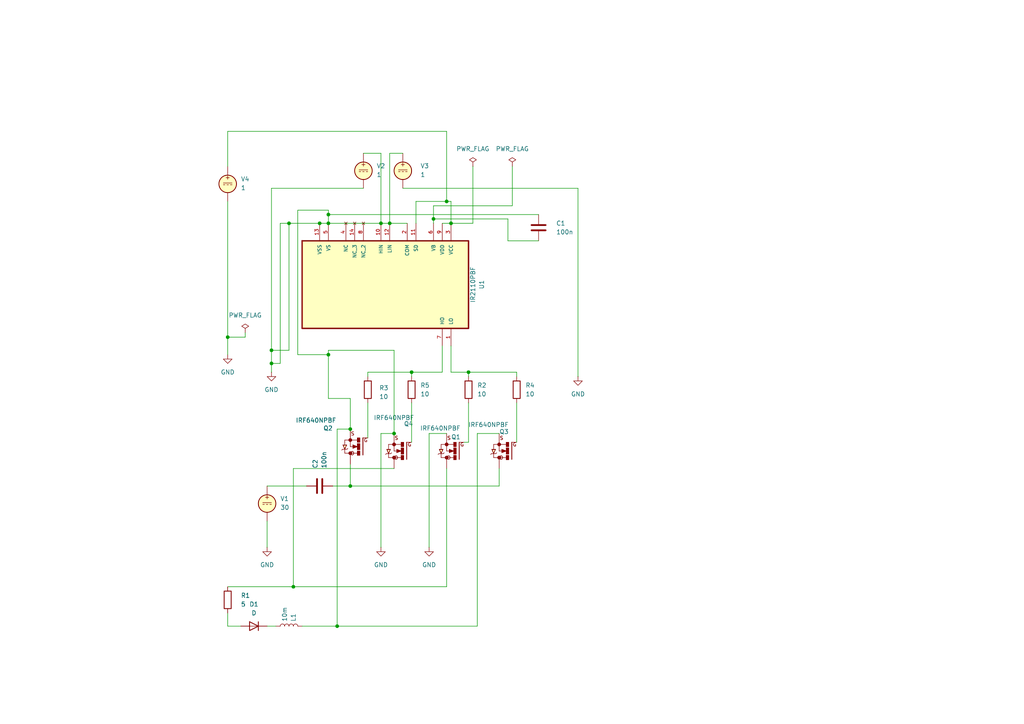
<source format=kicad_sch>
(kicad_sch
	(version 20231120)
	(generator "eeschema")
	(generator_version "8.0")
	(uuid "1fde7b99-6848-43ce-ad86-15bc0c96cf11")
	(paper "A4")
	(lib_symbols
		(symbol "Device:C"
			(pin_numbers hide)
			(pin_names
				(offset 0.254)
			)
			(exclude_from_sim no)
			(in_bom yes)
			(on_board yes)
			(property "Reference" "C"
				(at 0.635 2.54 0)
				(effects
					(font
						(size 1.27 1.27)
					)
					(justify left)
				)
			)
			(property "Value" "C"
				(at 0.635 -2.54 0)
				(effects
					(font
						(size 1.27 1.27)
					)
					(justify left)
				)
			)
			(property "Footprint" ""
				(at 0.9652 -3.81 0)
				(effects
					(font
						(size 1.27 1.27)
					)
					(hide yes)
				)
			)
			(property "Datasheet" "~"
				(at 0 0 0)
				(effects
					(font
						(size 1.27 1.27)
					)
					(hide yes)
				)
			)
			(property "Description" "Unpolarized capacitor"
				(at 0 0 0)
				(effects
					(font
						(size 1.27 1.27)
					)
					(hide yes)
				)
			)
			(property "ki_keywords" "cap capacitor"
				(at 0 0 0)
				(effects
					(font
						(size 1.27 1.27)
					)
					(hide yes)
				)
			)
			(property "ki_fp_filters" "C_*"
				(at 0 0 0)
				(effects
					(font
						(size 1.27 1.27)
					)
					(hide yes)
				)
			)
			(symbol "C_0_1"
				(polyline
					(pts
						(xy -2.032 -0.762) (xy 2.032 -0.762)
					)
					(stroke
						(width 0.508)
						(type default)
					)
					(fill
						(type none)
					)
				)
				(polyline
					(pts
						(xy -2.032 0.762) (xy 2.032 0.762)
					)
					(stroke
						(width 0.508)
						(type default)
					)
					(fill
						(type none)
					)
				)
			)
			(symbol "C_1_1"
				(pin passive line
					(at 0 3.81 270)
					(length 2.794)
					(name "~"
						(effects
							(font
								(size 1.27 1.27)
							)
						)
					)
					(number "1"
						(effects
							(font
								(size 1.27 1.27)
							)
						)
					)
				)
				(pin passive line
					(at 0 -3.81 90)
					(length 2.794)
					(name "~"
						(effects
							(font
								(size 1.27 1.27)
							)
						)
					)
					(number "2"
						(effects
							(font
								(size 1.27 1.27)
							)
						)
					)
				)
			)
		)
		(symbol "Device:D"
			(pin_numbers hide)
			(pin_names
				(offset 1.016) hide)
			(exclude_from_sim no)
			(in_bom yes)
			(on_board yes)
			(property "Reference" "D"
				(at 0 2.54 0)
				(effects
					(font
						(size 1.27 1.27)
					)
				)
			)
			(property "Value" "D"
				(at 0 -2.54 0)
				(effects
					(font
						(size 1.27 1.27)
					)
				)
			)
			(property "Footprint" ""
				(at 0 0 0)
				(effects
					(font
						(size 1.27 1.27)
					)
					(hide yes)
				)
			)
			(property "Datasheet" "~"
				(at 0 0 0)
				(effects
					(font
						(size 1.27 1.27)
					)
					(hide yes)
				)
			)
			(property "Description" "Diode"
				(at 0 0 0)
				(effects
					(font
						(size 1.27 1.27)
					)
					(hide yes)
				)
			)
			(property "Sim.Device" "D"
				(at 0 0 0)
				(effects
					(font
						(size 1.27 1.27)
					)
					(hide yes)
				)
			)
			(property "Sim.Pins" "1=K 2=A"
				(at 0 0 0)
				(effects
					(font
						(size 1.27 1.27)
					)
					(hide yes)
				)
			)
			(property "ki_keywords" "diode"
				(at 0 0 0)
				(effects
					(font
						(size 1.27 1.27)
					)
					(hide yes)
				)
			)
			(property "ki_fp_filters" "TO-???* *_Diode_* *SingleDiode* D_*"
				(at 0 0 0)
				(effects
					(font
						(size 1.27 1.27)
					)
					(hide yes)
				)
			)
			(symbol "D_0_1"
				(polyline
					(pts
						(xy -1.27 1.27) (xy -1.27 -1.27)
					)
					(stroke
						(width 0.254)
						(type default)
					)
					(fill
						(type none)
					)
				)
				(polyline
					(pts
						(xy 1.27 0) (xy -1.27 0)
					)
					(stroke
						(width 0)
						(type default)
					)
					(fill
						(type none)
					)
				)
				(polyline
					(pts
						(xy 1.27 1.27) (xy 1.27 -1.27) (xy -1.27 0) (xy 1.27 1.27)
					)
					(stroke
						(width 0.254)
						(type default)
					)
					(fill
						(type none)
					)
				)
			)
			(symbol "D_1_1"
				(pin passive line
					(at -3.81 0 0)
					(length 2.54)
					(name "K"
						(effects
							(font
								(size 1.27 1.27)
							)
						)
					)
					(number "1"
						(effects
							(font
								(size 1.27 1.27)
							)
						)
					)
				)
				(pin passive line
					(at 3.81 0 180)
					(length 2.54)
					(name "A"
						(effects
							(font
								(size 1.27 1.27)
							)
						)
					)
					(number "2"
						(effects
							(font
								(size 1.27 1.27)
							)
						)
					)
				)
			)
		)
		(symbol "Device:L"
			(pin_numbers hide)
			(pin_names
				(offset 1.016) hide)
			(exclude_from_sim no)
			(in_bom yes)
			(on_board yes)
			(property "Reference" "L"
				(at -1.27 0 90)
				(effects
					(font
						(size 1.27 1.27)
					)
				)
			)
			(property "Value" "L"
				(at 1.905 0 90)
				(effects
					(font
						(size 1.27 1.27)
					)
				)
			)
			(property "Footprint" ""
				(at 0 0 0)
				(effects
					(font
						(size 1.27 1.27)
					)
					(hide yes)
				)
			)
			(property "Datasheet" "~"
				(at 0 0 0)
				(effects
					(font
						(size 1.27 1.27)
					)
					(hide yes)
				)
			)
			(property "Description" "Inductor"
				(at 0 0 0)
				(effects
					(font
						(size 1.27 1.27)
					)
					(hide yes)
				)
			)
			(property "ki_keywords" "inductor choke coil reactor magnetic"
				(at 0 0 0)
				(effects
					(font
						(size 1.27 1.27)
					)
					(hide yes)
				)
			)
			(property "ki_fp_filters" "Choke_* *Coil* Inductor_* L_*"
				(at 0 0 0)
				(effects
					(font
						(size 1.27 1.27)
					)
					(hide yes)
				)
			)
			(symbol "L_0_1"
				(arc
					(start 0 -2.54)
					(mid 0.6323 -1.905)
					(end 0 -1.27)
					(stroke
						(width 0)
						(type default)
					)
					(fill
						(type none)
					)
				)
				(arc
					(start 0 -1.27)
					(mid 0.6323 -0.635)
					(end 0 0)
					(stroke
						(width 0)
						(type default)
					)
					(fill
						(type none)
					)
				)
				(arc
					(start 0 0)
					(mid 0.6323 0.635)
					(end 0 1.27)
					(stroke
						(width 0)
						(type default)
					)
					(fill
						(type none)
					)
				)
				(arc
					(start 0 1.27)
					(mid 0.6323 1.905)
					(end 0 2.54)
					(stroke
						(width 0)
						(type default)
					)
					(fill
						(type none)
					)
				)
			)
			(symbol "L_1_1"
				(pin passive line
					(at 0 3.81 270)
					(length 1.27)
					(name "1"
						(effects
							(font
								(size 1.27 1.27)
							)
						)
					)
					(number "1"
						(effects
							(font
								(size 1.27 1.27)
							)
						)
					)
				)
				(pin passive line
					(at 0 -3.81 90)
					(length 1.27)
					(name "2"
						(effects
							(font
								(size 1.27 1.27)
							)
						)
					)
					(number "2"
						(effects
							(font
								(size 1.27 1.27)
							)
						)
					)
				)
			)
		)
		(symbol "Device:R"
			(pin_numbers hide)
			(pin_names
				(offset 0)
			)
			(exclude_from_sim no)
			(in_bom yes)
			(on_board yes)
			(property "Reference" "R"
				(at 2.032 0 90)
				(effects
					(font
						(size 1.27 1.27)
					)
				)
			)
			(property "Value" "R"
				(at 0 0 90)
				(effects
					(font
						(size 1.27 1.27)
					)
				)
			)
			(property "Footprint" ""
				(at -1.778 0 90)
				(effects
					(font
						(size 1.27 1.27)
					)
					(hide yes)
				)
			)
			(property "Datasheet" "~"
				(at 0 0 0)
				(effects
					(font
						(size 1.27 1.27)
					)
					(hide yes)
				)
			)
			(property "Description" "Resistor"
				(at 0 0 0)
				(effects
					(font
						(size 1.27 1.27)
					)
					(hide yes)
				)
			)
			(property "ki_keywords" "R res resistor"
				(at 0 0 0)
				(effects
					(font
						(size 1.27 1.27)
					)
					(hide yes)
				)
			)
			(property "ki_fp_filters" "R_*"
				(at 0 0 0)
				(effects
					(font
						(size 1.27 1.27)
					)
					(hide yes)
				)
			)
			(symbol "R_0_1"
				(rectangle
					(start -1.016 -2.54)
					(end 1.016 2.54)
					(stroke
						(width 0.254)
						(type default)
					)
					(fill
						(type none)
					)
				)
			)
			(symbol "R_1_1"
				(pin passive line
					(at 0 3.81 270)
					(length 1.27)
					(name "~"
						(effects
							(font
								(size 1.27 1.27)
							)
						)
					)
					(number "1"
						(effects
							(font
								(size 1.27 1.27)
							)
						)
					)
				)
				(pin passive line
					(at 0 -3.81 90)
					(length 1.27)
					(name "~"
						(effects
							(font
								(size 1.27 1.27)
							)
						)
					)
					(number "2"
						(effects
							(font
								(size 1.27 1.27)
							)
						)
					)
				)
			)
		)
		(symbol "IR2110PBF:IR2110PBF"
			(pin_names
				(offset 1.016)
			)
			(exclude_from_sim no)
			(in_bom yes)
			(on_board yes)
			(property "Reference" "U"
				(at -4.4455 23.1927 0)
				(effects
					(font
						(size 1.27 1.27)
					)
					(justify left bottom)
				)
			)
			(property "Value" "IR2110PBF"
				(at -3.0018 -32.8675 0)
				(effects
					(font
						(size 1.27 1.27)
					)
					(justify left bottom)
				)
			)
			(property "Footprint" "IR2110PBF:DIP254P762X533-14"
				(at 0 0 0)
				(effects
					(font
						(size 1.27 1.27)
					)
					(justify bottom)
					(hide yes)
				)
			)
			(property "Datasheet" ""
				(at 0 0 0)
				(effects
					(font
						(size 1.27 1.27)
					)
					(hide yes)
				)
			)
			(property "Description" ""
				(at 0 0 0)
				(effects
					(font
						(size 1.27 1.27)
					)
					(hide yes)
				)
			)
			(property "MF" "Infineon"
				(at 0 0 0)
				(effects
					(font
						(size 1.27 1.27)
					)
					(justify bottom)
					(hide yes)
				)
			)
			(property "Description_1" "\nHigh and Low Side Driver, All High Voltage Pins On One Side, Separate Logic and Power Ground, Shut-Down\n"
				(at 0 0 0)
				(effects
					(font
						(size 1.27 1.27)
					)
					(justify bottom)
					(hide yes)
				)
			)
			(property "PACKAGE" "PDIP-14"
				(at 0 0 0)
				(effects
					(font
						(size 1.27 1.27)
					)
					(justify bottom)
					(hide yes)
				)
			)
			(property "MPN" "IR2110PBF"
				(at 0 0 0)
				(effects
					(font
						(size 1.27 1.27)
					)
					(justify bottom)
					(hide yes)
				)
			)
			(property "Price" "None"
				(at 0 0 0)
				(effects
					(font
						(size 1.27 1.27)
					)
					(justify bottom)
					(hide yes)
				)
			)
			(property "Package" "DIP-14 Infineon"
				(at 0 0 0)
				(effects
					(font
						(size 1.27 1.27)
					)
					(justify bottom)
					(hide yes)
				)
			)
			(property "OC_FARNELL" "8638837"
				(at 0 0 0)
				(effects
					(font
						(size 1.27 1.27)
					)
					(justify bottom)
					(hide yes)
				)
			)
			(property "SnapEDA_Link" "https://www.snapeda.com/parts/IR2110PBF/Infineon+Technologies/view-part/?ref=snap"
				(at 0 0 0)
				(effects
					(font
						(size 1.27 1.27)
					)
					(justify bottom)
					(hide yes)
				)
			)
			(property "MP" "IR2110PBF"
				(at 0 0 0)
				(effects
					(font
						(size 1.27 1.27)
					)
					(justify bottom)
					(hide yes)
				)
			)
			(property "Purchase-URL" "https://www.snapeda.com/api/url_track_click_mouser/?unipart_id=547122&manufacturer=Infineon&part_name=IR2110PBF&search_term=None"
				(at 0 0 0)
				(effects
					(font
						(size 1.27 1.27)
					)
					(justify bottom)
					(hide yes)
				)
			)
			(property "SUPPLIER" "INTERNATIONAL RECTIFIER"
				(at 0 0 0)
				(effects
					(font
						(size 1.27 1.27)
					)
					(justify bottom)
					(hide yes)
				)
			)
			(property "OC_NEWARK" "63J7859"
				(at 0 0 0)
				(effects
					(font
						(size 1.27 1.27)
					)
					(justify bottom)
					(hide yes)
				)
			)
			(property "Availability" "In Stock"
				(at 0 0 0)
				(effects
					(font
						(size 1.27 1.27)
					)
					(justify bottom)
					(hide yes)
				)
			)
			(property "Check_prices" "https://www.snapeda.com/parts/IR2110PBF/Infineon+Technologies/view-part/?ref=eda"
				(at 0 0 0)
				(effects
					(font
						(size 1.27 1.27)
					)
					(justify bottom)
					(hide yes)
				)
			)
			(symbol "IR2110PBF_0_0"
				(rectangle
					(start -12.7 -27.94)
					(end 12.7 20.32)
					(stroke
						(width 0.4064)
						(type default)
					)
					(fill
						(type background)
					)
				)
				(pin output line
					(at 17.78 15.24 180)
					(length 5.08)
					(name "LO"
						(effects
							(font
								(size 1.016 1.016)
							)
						)
					)
					(number "1"
						(effects
							(font
								(size 1.016 1.016)
							)
						)
					)
				)
				(pin input line
					(at -17.78 -5.08 0)
					(length 5.08)
					(name "HIN"
						(effects
							(font
								(size 1.016 1.016)
							)
						)
					)
					(number "10"
						(effects
							(font
								(size 1.016 1.016)
							)
						)
					)
				)
				(pin input line
					(at -17.78 5.08 0)
					(length 5.08)
					(name "SD"
						(effects
							(font
								(size 1.016 1.016)
							)
						)
					)
					(number "11"
						(effects
							(font
								(size 1.016 1.016)
							)
						)
					)
				)
				(pin input line
					(at -17.78 -2.54 0)
					(length 5.08)
					(name "LIN"
						(effects
							(font
								(size 1.016 1.016)
							)
						)
					)
					(number "12"
						(effects
							(font
								(size 1.016 1.016)
							)
						)
					)
				)
				(pin power_in line
					(at -17.78 -22.86 0)
					(length 5.08)
					(name "VSS"
						(effects
							(font
								(size 1.016 1.016)
							)
						)
					)
					(number "13"
						(effects
							(font
								(size 1.016 1.016)
							)
						)
					)
				)
				(pin no_connect line
					(at -17.78 -12.7 0)
					(length 5.08)
					(name "NC_3"
						(effects
							(font
								(size 1.016 1.016)
							)
						)
					)
					(number "14"
						(effects
							(font
								(size 1.016 1.016)
							)
						)
					)
				)
				(pin passive line
					(at -17.78 2.54 0)
					(length 5.08)
					(name "COM"
						(effects
							(font
								(size 1.016 1.016)
							)
						)
					)
					(number "2"
						(effects
							(font
								(size 1.016 1.016)
							)
						)
					)
				)
				(pin power_in line
					(at -17.78 15.24 0)
					(length 5.08)
					(name "VCC"
						(effects
							(font
								(size 1.016 1.016)
							)
						)
					)
					(number "3"
						(effects
							(font
								(size 1.016 1.016)
							)
						)
					)
				)
				(pin no_connect line
					(at -17.78 -15.24 0)
					(length 5.08)
					(name "NC"
						(effects
							(font
								(size 1.016 1.016)
							)
						)
					)
					(number "4"
						(effects
							(font
								(size 1.016 1.016)
							)
						)
					)
				)
				(pin power_in line
					(at -17.78 -20.32 0)
					(length 5.08)
					(name "VS"
						(effects
							(font
								(size 1.016 1.016)
							)
						)
					)
					(number "5"
						(effects
							(font
								(size 1.016 1.016)
							)
						)
					)
				)
				(pin power_in line
					(at -17.78 10.16 0)
					(length 5.08)
					(name "VB"
						(effects
							(font
								(size 1.016 1.016)
							)
						)
					)
					(number "6"
						(effects
							(font
								(size 1.016 1.016)
							)
						)
					)
				)
				(pin output line
					(at 17.78 12.7 180)
					(length 5.08)
					(name "HO"
						(effects
							(font
								(size 1.016 1.016)
							)
						)
					)
					(number "7"
						(effects
							(font
								(size 1.016 1.016)
							)
						)
					)
				)
				(pin no_connect line
					(at -17.78 -10.16 0)
					(length 5.08)
					(name "NC_2"
						(effects
							(font
								(size 1.016 1.016)
							)
						)
					)
					(number "8"
						(effects
							(font
								(size 1.016 1.016)
							)
						)
					)
				)
				(pin power_in line
					(at -17.78 12.7 0)
					(length 5.08)
					(name "VDD"
						(effects
							(font
								(size 1.016 1.016)
							)
						)
					)
					(number "9"
						(effects
							(font
								(size 1.016 1.016)
							)
						)
					)
				)
			)
		)
		(symbol "IRF640NPBF:IRF640NPBF"
			(pin_numbers hide)
			(pin_names
				(offset 1.016) hide)
			(exclude_from_sim no)
			(in_bom yes)
			(on_board yes)
			(property "Reference" "Q"
				(at 6.35 0 0)
				(effects
					(font
						(size 1.27 1.27)
					)
					(justify left bottom)
				)
			)
			(property "Value" "IRF640NPBF"
				(at 6.35 -2.54 0)
				(effects
					(font
						(size 1.27 1.27)
					)
					(justify left bottom)
				)
			)
			(property "Footprint" ""
				(at 0 0 0)
				(effects
					(font
						(size 1.27 1.27)
					)
					(hide yes)
				)
			)
			(property "Datasheet" ""
				(at 0 0 0)
				(effects
					(font
						(size 1.27 1.27)
					)
					(justify left bottom)
					(hide yes)
				)
			)
			(property "Description" "Infineon"
				(at 0 0 0)
				(effects
					(font
						(size 1.27 1.27)
					)
					(justify left bottom)
					(hide yes)
				)
			)
			(property "Description_1" "\\nMOSFET, Power,N-Ch,VDSS 200V,RDS(ON) 0.15Ohm,ID 18A,TO-220AB,PD 150W,VGS +/-20V | Infineon IRF640NPBF\\n"
				(at 0 0 0)
				(effects
					(font
						(size 1.27 1.27)
					)
					(justify left bottom)
					(hide yes)
				)
			)
			(property "Package" "TO-220-3 Infineon"
				(at 0 0 0)
				(effects
					(font
						(size 1.27 1.27)
					)
					(justify left bottom)
					(hide yes)
				)
			)
			(property "Price" "None"
				(at 0 0 0)
				(effects
					(font
						(size 1.27 1.27)
					)
					(justify left bottom)
					(hide yes)
				)
			)
			(property "SnapEDA_Link" "https://www.snapeda.com/parts/IRF640NPBF/Infineon+Technologies/view-part/?ref=snap"
				(at 0 0 0)
				(effects
					(font
						(size 1.27 1.27)
					)
					(justify left bottom)
					(hide yes)
				)
			)
			(property "MP" "IRF640NPBF"
				(at 0 0 0)
				(effects
					(font
						(size 1.27 1.27)
					)
					(justify left bottom)
					(hide yes)
				)
			)
			(property "Purchase-URL" "https://www.snapeda.com/api/url_track_click_mouser/?unipart_id=308558&manufacturer=Infineon&part_name=IRF640NPBF&search_term=None"
				(at 0 0 0)
				(effects
					(font
						(size 1.27 1.27)
					)
					(justify left bottom)
					(hide yes)
				)
			)
			(property "Availability" "In Stock"
				(at 0 0 0)
				(effects
					(font
						(size 1.27 1.27)
					)
					(justify left bottom)
					(hide yes)
				)
			)
			(property "Check_prices" "https://www.snapeda.com/parts/IRF640NPBF/Infineon+Technologies/view-part/?ref=eda"
				(at 0 0 0)
				(effects
					(font
						(size 1.27 1.27)
					)
					(justify left bottom)
					(hide yes)
				)
			)
			(property "ki_locked" ""
				(at 0 0 0)
				(effects
					(font
						(size 1.27 1.27)
					)
				)
			)
			(property "ki_fp_filters" "TO220V TO220 D2PAK"
				(at 0 0 0)
				(effects
					(font
						(size 1.27 1.27)
					)
					(hide yes)
				)
			)
			(symbol "IRF640NPBF_0_0"
				(rectangle
					(start -0.254 -2.54)
					(end 0.508 -1.27)
					(stroke
						(width 0)
						(type solid)
					)
					(fill
						(type outline)
					)
				)
				(rectangle
					(start -0.254 -0.889)
					(end 0.508 0.889)
					(stroke
						(width 0)
						(type solid)
					)
					(fill
						(type outline)
					)
				)
				(rectangle
					(start -0.254 1.27)
					(end 0.508 2.54)
					(stroke
						(width 0)
						(type solid)
					)
					(fill
						(type outline)
					)
				)
				(polyline
					(pts
						(xy -1.1176 -2.54) (xy -2.54 -2.54)
					)
					(stroke
						(width 0.1524)
						(type solid)
					)
					(fill
						(type none)
					)
				)
				(polyline
					(pts
						(xy -1.1176 2.413) (xy -1.1176 -2.54)
					)
					(stroke
						(width 0.254)
						(type solid)
					)
					(fill
						(type none)
					)
				)
				(polyline
					(pts
						(xy 0.508 -1.905) (xy 2.54 -1.905)
					)
					(stroke
						(width 0.1524)
						(type solid)
					)
					(fill
						(type none)
					)
				)
				(polyline
					(pts
						(xy 0.508 0) (xy 1.778 -0.508)
					)
					(stroke
						(width 0.1524)
						(type solid)
					)
					(fill
						(type none)
					)
				)
				(polyline
					(pts
						(xy 0.762 0) (xy 1.651 -0.254)
					)
					(stroke
						(width 0.3048)
						(type solid)
					)
					(fill
						(type none)
					)
				)
				(polyline
					(pts
						(xy 1.651 -0.254) (xy 1.651 0)
					)
					(stroke
						(width 0.3048)
						(type solid)
					)
					(fill
						(type none)
					)
				)
				(polyline
					(pts
						(xy 1.651 0) (xy 1.397 0)
					)
					(stroke
						(width 0.3048)
						(type solid)
					)
					(fill
						(type none)
					)
				)
				(polyline
					(pts
						(xy 1.651 0) (xy 2.54 0)
					)
					(stroke
						(width 0.1524)
						(type solid)
					)
					(fill
						(type none)
					)
				)
				(polyline
					(pts
						(xy 1.651 0.254) (xy 0.762 0)
					)
					(stroke
						(width 0.3048)
						(type solid)
					)
					(fill
						(type none)
					)
				)
				(polyline
					(pts
						(xy 1.778 -0.508) (xy 1.778 0.508)
					)
					(stroke
						(width 0.1524)
						(type solid)
					)
					(fill
						(type none)
					)
				)
				(polyline
					(pts
						(xy 1.778 0.508) (xy 0.508 0)
					)
					(stroke
						(width 0.1524)
						(type solid)
					)
					(fill
						(type none)
					)
				)
				(polyline
					(pts
						(xy 2.54 -1.905) (xy 2.54 -2.54)
					)
					(stroke
						(width 0.1524)
						(type solid)
					)
					(fill
						(type none)
					)
				)
				(polyline
					(pts
						(xy 2.54 0) (xy 2.54 -1.905)
					)
					(stroke
						(width 0.1524)
						(type solid)
					)
					(fill
						(type none)
					)
				)
				(polyline
					(pts
						(xy 2.54 1.905) (xy 0.5334 1.905)
					)
					(stroke
						(width 0.1524)
						(type solid)
					)
					(fill
						(type none)
					)
				)
				(polyline
					(pts
						(xy 2.54 1.905) (xy 4.1402 1.905)
					)
					(stroke
						(width 0.1524)
						(type solid)
					)
					(fill
						(type none)
					)
				)
				(polyline
					(pts
						(xy 2.54 2.54) (xy 2.54 1.905)
					)
					(stroke
						(width 0.1524)
						(type solid)
					)
					(fill
						(type none)
					)
				)
				(polyline
					(pts
						(xy 3.5052 0.762) (xy 3.2512 0.508)
					)
					(stroke
						(width 0.1524)
						(type solid)
					)
					(fill
						(type none)
					)
				)
				(polyline
					(pts
						(xy 3.5052 0.762) (xy 4.1402 0.762)
					)
					(stroke
						(width 0.1524)
						(type solid)
					)
					(fill
						(type none)
					)
				)
				(polyline
					(pts
						(xy 3.5814 -0.4826) (xy 4.1402 -0.4826)
					)
					(stroke
						(width 0.1524)
						(type solid)
					)
					(fill
						(type none)
					)
				)
				(polyline
					(pts
						(xy 4.1402 -1.905) (xy 2.54 -1.905)
					)
					(stroke
						(width 0.1524)
						(type solid)
					)
					(fill
						(type none)
					)
				)
				(polyline
					(pts
						(xy 4.1402 -0.4826) (xy 4.1402 -1.905)
					)
					(stroke
						(width 0.1524)
						(type solid)
					)
					(fill
						(type none)
					)
				)
				(polyline
					(pts
						(xy 4.1402 -0.4826) (xy 4.6736 -0.4826)
					)
					(stroke
						(width 0.1524)
						(type solid)
					)
					(fill
						(type none)
					)
				)
				(polyline
					(pts
						(xy 4.1402 0.762) (xy 3.5814 -0.4826)
					)
					(stroke
						(width 0.1524)
						(type solid)
					)
					(fill
						(type none)
					)
				)
				(polyline
					(pts
						(xy 4.1402 0.762) (xy 4.7752 0.762)
					)
					(stroke
						(width 0.1524)
						(type solid)
					)
					(fill
						(type none)
					)
				)
				(polyline
					(pts
						(xy 4.1402 1.905) (xy 4.1402 0.762)
					)
					(stroke
						(width 0.1524)
						(type solid)
					)
					(fill
						(type none)
					)
				)
				(polyline
					(pts
						(xy 4.6736 -0.4826) (xy 4.1402 0.762)
					)
					(stroke
						(width 0.1524)
						(type solid)
					)
					(fill
						(type none)
					)
				)
				(polyline
					(pts
						(xy 4.7752 0.762) (xy 5.0292 1.016)
					)
					(stroke
						(width 0.1524)
						(type solid)
					)
					(fill
						(type none)
					)
				)
				(polyline
					(pts
						(xy 4.1402 0.635) (xy 3.6576 -0.4064) (xy 4.5974 -0.4064) (xy 4.1402 0.635)
					)
					(stroke
						(width 0.1524)
						(type solid)
					)
					(fill
						(type background)
					)
				)
				(circle
					(center 2.54 -1.905)
					(radius 0.127)
					(stroke
						(width 0.4064)
						(type solid)
					)
					(fill
						(type none)
					)
				)
				(circle
					(center 2.54 1.905)
					(radius 0.127)
					(stroke
						(width 0.4064)
						(type solid)
					)
					(fill
						(type none)
					)
				)
				(text "D"
					(at 1.27 2.54 0)
					(effects
						(font
							(size 1.016 1.016)
						)
						(justify left bottom)
					)
				)
				(text "G"
					(at -2.54 -1.27 0)
					(effects
						(font
							(size 1.016 1.016)
						)
						(justify left bottom)
					)
				)
				(text "S"
					(at 1.27 -3.175 0)
					(effects
						(font
							(size 1.016 1.016)
						)
						(justify left bottom)
					)
				)
				(pin passive line
					(at -2.54 -2.54 0)
					(length 0)
					(name "~"
						(effects
							(font
								(size 1.016 1.016)
							)
						)
					)
					(number "1"
						(effects
							(font
								(size 1.016 1.016)
							)
						)
					)
				)
				(pin passive line
					(at 2.54 5.08 270)
					(length 2.54)
					(name "~"
						(effects
							(font
								(size 1.016 1.016)
							)
						)
					)
					(number "2"
						(effects
							(font
								(size 1.016 1.016)
							)
						)
					)
				)
				(pin passive line
					(at 2.54 -5.08 90)
					(length 2.54)
					(name "~"
						(effects
							(font
								(size 1.016 1.016)
							)
						)
					)
					(number "3"
						(effects
							(font
								(size 1.016 1.016)
							)
						)
					)
				)
			)
		)
		(symbol "Simulation_SPICE:VDC"
			(pin_numbers hide)
			(pin_names
				(offset 0.0254)
			)
			(exclude_from_sim no)
			(in_bom yes)
			(on_board yes)
			(property "Reference" "V"
				(at 2.54 2.54 0)
				(effects
					(font
						(size 1.27 1.27)
					)
					(justify left)
				)
			)
			(property "Value" "1"
				(at 2.54 0 0)
				(effects
					(font
						(size 1.27 1.27)
					)
					(justify left)
				)
			)
			(property "Footprint" ""
				(at 0 0 0)
				(effects
					(font
						(size 1.27 1.27)
					)
					(hide yes)
				)
			)
			(property "Datasheet" "https://ngspice.sourceforge.io/docs/ngspice-html-manual/manual.xhtml#sec_Independent_Sources_for"
				(at 0 0 0)
				(effects
					(font
						(size 1.27 1.27)
					)
					(hide yes)
				)
			)
			(property "Description" "Voltage source, DC"
				(at 0 0 0)
				(effects
					(font
						(size 1.27 1.27)
					)
					(hide yes)
				)
			)
			(property "Sim.Pins" "1=+ 2=-"
				(at 0 0 0)
				(effects
					(font
						(size 1.27 1.27)
					)
					(hide yes)
				)
			)
			(property "Sim.Type" "DC"
				(at 0 0 0)
				(effects
					(font
						(size 1.27 1.27)
					)
					(hide yes)
				)
			)
			(property "Sim.Device" "V"
				(at 0 0 0)
				(effects
					(font
						(size 1.27 1.27)
					)
					(justify left)
					(hide yes)
				)
			)
			(property "ki_keywords" "simulation"
				(at 0 0 0)
				(effects
					(font
						(size 1.27 1.27)
					)
					(hide yes)
				)
			)
			(symbol "VDC_0_0"
				(polyline
					(pts
						(xy -1.27 0.254) (xy 1.27 0.254)
					)
					(stroke
						(width 0)
						(type default)
					)
					(fill
						(type none)
					)
				)
				(polyline
					(pts
						(xy -0.762 -0.254) (xy -1.27 -0.254)
					)
					(stroke
						(width 0)
						(type default)
					)
					(fill
						(type none)
					)
				)
				(polyline
					(pts
						(xy 0.254 -0.254) (xy -0.254 -0.254)
					)
					(stroke
						(width 0)
						(type default)
					)
					(fill
						(type none)
					)
				)
				(polyline
					(pts
						(xy 1.27 -0.254) (xy 0.762 -0.254)
					)
					(stroke
						(width 0)
						(type default)
					)
					(fill
						(type none)
					)
				)
				(text "+"
					(at 0 1.905 0)
					(effects
						(font
							(size 1.27 1.27)
						)
					)
				)
			)
			(symbol "VDC_0_1"
				(circle
					(center 0 0)
					(radius 2.54)
					(stroke
						(width 0.254)
						(type default)
					)
					(fill
						(type background)
					)
				)
			)
			(symbol "VDC_1_1"
				(pin passive line
					(at 0 5.08 270)
					(length 2.54)
					(name "~"
						(effects
							(font
								(size 1.27 1.27)
							)
						)
					)
					(number "1"
						(effects
							(font
								(size 1.27 1.27)
							)
						)
					)
				)
				(pin passive line
					(at 0 -5.08 90)
					(length 2.54)
					(name "~"
						(effects
							(font
								(size 1.27 1.27)
							)
						)
					)
					(number "2"
						(effects
							(font
								(size 1.27 1.27)
							)
						)
					)
				)
			)
		)
		(symbol "power:GND"
			(power)
			(pin_numbers hide)
			(pin_names
				(offset 0) hide)
			(exclude_from_sim no)
			(in_bom yes)
			(on_board yes)
			(property "Reference" "#PWR"
				(at 0 -6.35 0)
				(effects
					(font
						(size 1.27 1.27)
					)
					(hide yes)
				)
			)
			(property "Value" "GND"
				(at 0 -3.81 0)
				(effects
					(font
						(size 1.27 1.27)
					)
				)
			)
			(property "Footprint" ""
				(at 0 0 0)
				(effects
					(font
						(size 1.27 1.27)
					)
					(hide yes)
				)
			)
			(property "Datasheet" ""
				(at 0 0 0)
				(effects
					(font
						(size 1.27 1.27)
					)
					(hide yes)
				)
			)
			(property "Description" "Power symbol creates a global label with name \"GND\" , ground"
				(at 0 0 0)
				(effects
					(font
						(size 1.27 1.27)
					)
					(hide yes)
				)
			)
			(property "ki_keywords" "global power"
				(at 0 0 0)
				(effects
					(font
						(size 1.27 1.27)
					)
					(hide yes)
				)
			)
			(symbol "GND_0_1"
				(polyline
					(pts
						(xy 0 0) (xy 0 -1.27) (xy 1.27 -1.27) (xy 0 -2.54) (xy -1.27 -1.27) (xy 0 -1.27)
					)
					(stroke
						(width 0)
						(type default)
					)
					(fill
						(type none)
					)
				)
			)
			(symbol "GND_1_1"
				(pin power_in line
					(at 0 0 270)
					(length 0)
					(name "~"
						(effects
							(font
								(size 1.27 1.27)
							)
						)
					)
					(number "1"
						(effects
							(font
								(size 1.27 1.27)
							)
						)
					)
				)
			)
		)
		(symbol "power:PWR_FLAG"
			(power)
			(pin_numbers hide)
			(pin_names
				(offset 0) hide)
			(exclude_from_sim no)
			(in_bom yes)
			(on_board yes)
			(property "Reference" "#FLG"
				(at 0 1.905 0)
				(effects
					(font
						(size 1.27 1.27)
					)
					(hide yes)
				)
			)
			(property "Value" "PWR_FLAG"
				(at 0 3.81 0)
				(effects
					(font
						(size 1.27 1.27)
					)
				)
			)
			(property "Footprint" ""
				(at 0 0 0)
				(effects
					(font
						(size 1.27 1.27)
					)
					(hide yes)
				)
			)
			(property "Datasheet" "~"
				(at 0 0 0)
				(effects
					(font
						(size 1.27 1.27)
					)
					(hide yes)
				)
			)
			(property "Description" "Special symbol for telling ERC where power comes from"
				(at 0 0 0)
				(effects
					(font
						(size 1.27 1.27)
					)
					(hide yes)
				)
			)
			(property "ki_keywords" "flag power"
				(at 0 0 0)
				(effects
					(font
						(size 1.27 1.27)
					)
					(hide yes)
				)
			)
			(symbol "PWR_FLAG_0_0"
				(pin power_out line
					(at 0 0 90)
					(length 0)
					(name "~"
						(effects
							(font
								(size 1.27 1.27)
							)
						)
					)
					(number "1"
						(effects
							(font
								(size 1.27 1.27)
							)
						)
					)
				)
			)
			(symbol "PWR_FLAG_0_1"
				(polyline
					(pts
						(xy 0 0) (xy 0 1.27) (xy -1.016 1.905) (xy 0 2.54) (xy 1.016 1.905) (xy 0 1.27)
					)
					(stroke
						(width 0)
						(type default)
					)
					(fill
						(type none)
					)
				)
			)
		)
	)
	(junction
		(at 101.6 140.97)
		(diameter 0)
		(color 0 0 0 0)
		(uuid "10ec893a-6dbf-405b-bb86-cf9a57f71537")
	)
	(junction
		(at 85.09 170.18)
		(diameter 0)
		(color 0 0 0 0)
		(uuid "19bcbd7c-6130-43ed-b878-f5106ae09562")
	)
	(junction
		(at 129.54 58.42)
		(diameter 0)
		(color 0 0 0 0)
		(uuid "1a080b32-48da-4e44-aa13-642aa518296c")
	)
	(junction
		(at 66.04 97.79)
		(diameter 0)
		(color 0 0 0 0)
		(uuid "547e21e3-00d0-49e1-88ce-5cb5b8684b5b")
	)
	(junction
		(at 78.74 101.6)
		(diameter 0)
		(color 0 0 0 0)
		(uuid "77c5a5c1-b76d-4119-b274-b0511a7b1c19")
	)
	(junction
		(at 83.82 64.77)
		(diameter 0)
		(color 0 0 0 0)
		(uuid "7a6aeeea-531a-4b0f-b2d9-449da9a9c27c")
	)
	(junction
		(at 135.89 107.95)
		(diameter 0)
		(color 0 0 0 0)
		(uuid "7aba4b2c-dcf0-48a4-b016-a16a93b056d7")
	)
	(junction
		(at 130.81 64.77)
		(diameter 0)
		(color 0 0 0 0)
		(uuid "8047283c-8dba-4895-b77c-f6aa267756bf")
	)
	(junction
		(at 95.25 64.77)
		(diameter 0)
		(color 0 0 0 0)
		(uuid "8e6603d6-3eef-4ec8-a7b5-0527b7f0fc29")
	)
	(junction
		(at 113.03 64.77)
		(diameter 0)
		(color 0 0 0 0)
		(uuid "a812c104-eef4-45c9-9e81-805d533932c5")
	)
	(junction
		(at 119.38 107.95)
		(diameter 0)
		(color 0 0 0 0)
		(uuid "b2e297ad-0e0d-4e55-9d74-661b4b012726")
	)
	(junction
		(at 125.73 63.5)
		(diameter 0)
		(color 0 0 0 0)
		(uuid "b3afca91-3ba1-4601-80be-fe17c472635c")
	)
	(junction
		(at 95.25 62.23)
		(diameter 0)
		(color 0 0 0 0)
		(uuid "b9a60e5f-d38e-4f36-a71c-242aa3abb2bb")
	)
	(junction
		(at 97.79 181.61)
		(diameter 0)
		(color 0 0 0 0)
		(uuid "baa9d1f2-80c7-4017-952d-e62cb8d77764")
	)
	(junction
		(at 95.25 102.87)
		(diameter 0)
		(color 0 0 0 0)
		(uuid "c170e2c9-a8e7-419b-b5a4-0cb36950a12f")
	)
	(junction
		(at 101.6 124.46)
		(diameter 0)
		(color 0 0 0 0)
		(uuid "d71ef030-62ee-4237-a68b-cee69cee0f8a")
	)
	(junction
		(at 92.71 64.77)
		(diameter 0)
		(color 0 0 0 0)
		(uuid "e20426ea-99d0-4e3c-950c-284d63a5d0f3")
	)
	(junction
		(at 114.3 125.73)
		(diameter 0)
		(color 0 0 0 0)
		(uuid "ebd3d4b4-9c4f-4010-9985-61a15492a5b0")
	)
	(junction
		(at 110.49 64.77)
		(diameter 0)
		(color 0 0 0 0)
		(uuid "f4fec5e0-13c0-4eba-a344-8a2f221ebe62")
	)
	(junction
		(at 78.74 105.41)
		(diameter 0)
		(color 0 0 0 0)
		(uuid "fda710a6-ed64-4bf7-bf17-c20ab3d5360c")
	)
	(wire
		(pts
			(xy 128.27 100.33) (xy 128.27 107.95)
		)
		(stroke
			(width 0)
			(type default)
		)
		(uuid "004521ce-6232-4003-a232-376f2d733beb")
	)
	(wire
		(pts
			(xy 83.82 64.77) (xy 92.71 64.77)
		)
		(stroke
			(width 0)
			(type default)
		)
		(uuid "019709ef-a0d6-485e-b6c7-4bf053e05092")
	)
	(wire
		(pts
			(xy 135.89 107.95) (xy 135.89 109.22)
		)
		(stroke
			(width 0)
			(type default)
		)
		(uuid "0271cdf7-e989-4fd9-b446-09171ad1b720")
	)
	(wire
		(pts
			(xy 66.04 38.1) (xy 66.04 48.26)
		)
		(stroke
			(width 0)
			(type default)
		)
		(uuid "05570770-8ee0-4aa1-8716-d234a08be8ae")
	)
	(wire
		(pts
			(xy 88.9 140.97) (xy 77.47 140.97)
		)
		(stroke
			(width 0)
			(type default)
		)
		(uuid "07ea18d0-b502-487c-83ee-5c5432418d1b")
	)
	(wire
		(pts
			(xy 114.3 125.73) (xy 110.49 125.73)
		)
		(stroke
			(width 0)
			(type default)
		)
		(uuid "085e299e-1a0f-4bb1-a16f-b8d0cdc1dc4f")
	)
	(wire
		(pts
			(xy 120.65 64.77) (xy 120.65 58.42)
		)
		(stroke
			(width 0)
			(type default)
		)
		(uuid "0a455cd1-1a9a-4bf0-80c7-5f4252870120")
	)
	(wire
		(pts
			(xy 125.73 63.5) (xy 147.32 63.5)
		)
		(stroke
			(width 0)
			(type default)
		)
		(uuid "0aa749d6-0884-4ebf-b24b-524900e957b1")
	)
	(wire
		(pts
			(xy 78.74 54.61) (xy 105.41 54.61)
		)
		(stroke
			(width 0)
			(type default)
		)
		(uuid "0f8cdb21-e7b2-45db-9cec-a07249c62776")
	)
	(wire
		(pts
			(xy 114.3 101.6) (xy 114.3 125.73)
		)
		(stroke
			(width 0)
			(type default)
		)
		(uuid "0ffc0da4-9902-43de-a412-c475b37baf41")
	)
	(wire
		(pts
			(xy 149.86 116.84) (xy 149.86 128.27)
		)
		(stroke
			(width 0)
			(type default)
		)
		(uuid "19f3560e-6280-41e7-88fc-1f094116dc3d")
	)
	(wire
		(pts
			(xy 97.79 124.46) (xy 97.79 181.61)
		)
		(stroke
			(width 0)
			(type default)
		)
		(uuid "1ec957ec-9f7f-4a37-a6c1-ec0a70ffcfa7")
	)
	(wire
		(pts
			(xy 85.09 170.18) (xy 129.54 170.18)
		)
		(stroke
			(width 0)
			(type default)
		)
		(uuid "1edf1845-e1e4-4260-84a9-4539638f9c8e")
	)
	(wire
		(pts
			(xy 85.09 135.89) (xy 114.3 135.89)
		)
		(stroke
			(width 0)
			(type default)
		)
		(uuid "20b984d6-6817-4fb8-8a3d-419b5b3b6942")
	)
	(wire
		(pts
			(xy 148.59 48.26) (xy 148.59 59.69)
		)
		(stroke
			(width 0)
			(type default)
		)
		(uuid "24436bb6-9815-4f32-8ec6-60f64fe22f16")
	)
	(wire
		(pts
			(xy 147.32 69.85) (xy 156.21 69.85)
		)
		(stroke
			(width 0)
			(type default)
		)
		(uuid "2499e3c2-d299-449a-b49c-37a3fd1ce7a4")
	)
	(wire
		(pts
			(xy 101.6 134.62) (xy 101.6 140.97)
		)
		(stroke
			(width 0)
			(type default)
		)
		(uuid "24ccda00-d81f-4bbb-a6b9-f386598e172b")
	)
	(wire
		(pts
			(xy 148.59 59.69) (xy 125.73 59.69)
		)
		(stroke
			(width 0)
			(type default)
		)
		(uuid "26894133-5621-446f-bd5f-6386edbd8729")
	)
	(wire
		(pts
			(xy 125.73 64.77) (xy 125.73 63.5)
		)
		(stroke
			(width 0)
			(type default)
		)
		(uuid "28f50498-ce45-4228-962e-60cec8eaba7f")
	)
	(wire
		(pts
			(xy 144.78 135.89) (xy 144.78 140.97)
		)
		(stroke
			(width 0)
			(type default)
		)
		(uuid "2b8e3c82-8aa8-4f56-b822-1e4c327f0781")
	)
	(wire
		(pts
			(xy 77.47 151.13) (xy 77.47 158.75)
		)
		(stroke
			(width 0)
			(type default)
		)
		(uuid "30a05fdd-9c1a-4685-aa6c-fedae7ee0af7")
	)
	(wire
		(pts
			(xy 78.74 54.61) (xy 78.74 101.6)
		)
		(stroke
			(width 0)
			(type default)
		)
		(uuid "30c4e5d3-d16d-44be-87d9-e847a5ffb580")
	)
	(wire
		(pts
			(xy 87.63 181.61) (xy 97.79 181.61)
		)
		(stroke
			(width 0)
			(type default)
		)
		(uuid "32254c6e-5bd9-4fbe-9ee0-6cd519682cf2")
	)
	(wire
		(pts
			(xy 66.04 181.61) (xy 69.85 181.61)
		)
		(stroke
			(width 0)
			(type default)
		)
		(uuid "3650e2ad-d7ab-48db-8918-6553b5a29dc1")
	)
	(wire
		(pts
			(xy 97.79 181.61) (xy 138.43 181.61)
		)
		(stroke
			(width 0)
			(type default)
		)
		(uuid "37cfdf93-89fa-4e6d-8995-8829bec0b8cf")
	)
	(wire
		(pts
			(xy 110.49 44.45) (xy 110.49 64.77)
		)
		(stroke
			(width 0)
			(type default)
		)
		(uuid "38cc0498-ac3d-4eb3-91cb-ea803153f3ce")
	)
	(wire
		(pts
			(xy 95.25 101.6) (xy 95.25 102.87)
		)
		(stroke
			(width 0)
			(type default)
		)
		(uuid "3c5c3f4c-2871-48ea-a4a8-bc7e7a37d69c")
	)
	(wire
		(pts
			(xy 71.12 96.52) (xy 71.12 97.79)
		)
		(stroke
			(width 0)
			(type default)
		)
		(uuid "3d170998-956e-4e50-9f0a-a12538c163cf")
	)
	(wire
		(pts
			(xy 83.82 101.6) (xy 78.74 101.6)
		)
		(stroke
			(width 0)
			(type default)
		)
		(uuid "460a820e-d797-4d94-a763-8268c0a6f45d")
	)
	(wire
		(pts
			(xy 130.81 58.42) (xy 130.81 64.77)
		)
		(stroke
			(width 0)
			(type default)
		)
		(uuid "50f9b273-f5a5-480d-8057-296e546a95a1")
	)
	(wire
		(pts
			(xy 129.54 135.89) (xy 129.54 170.18)
		)
		(stroke
			(width 0)
			(type default)
		)
		(uuid "548d77ff-0348-4107-9993-266b2bddde74")
	)
	(wire
		(pts
			(xy 95.25 64.77) (xy 92.71 64.77)
		)
		(stroke
			(width 0)
			(type default)
		)
		(uuid "5a9cd6a6-d6cb-4fb6-9096-0aebd5303ac0")
	)
	(wire
		(pts
			(xy 129.54 58.42) (xy 130.81 58.42)
		)
		(stroke
			(width 0)
			(type default)
		)
		(uuid "5e9a3544-aea7-47ae-b058-18535d4f7704")
	)
	(wire
		(pts
			(xy 135.89 107.95) (xy 149.86 107.95)
		)
		(stroke
			(width 0)
			(type default)
		)
		(uuid "5f9b03cf-e8f1-47e3-8543-a6f3d33352b1")
	)
	(wire
		(pts
			(xy 106.68 116.84) (xy 106.68 127)
		)
		(stroke
			(width 0)
			(type default)
		)
		(uuid "5fa6d93f-6693-4e65-8c67-72f22d7ee84e")
	)
	(wire
		(pts
			(xy 78.74 101.6) (xy 78.74 105.41)
		)
		(stroke
			(width 0)
			(type default)
		)
		(uuid "60a10088-0014-4bd8-a10d-2164f235d624")
	)
	(wire
		(pts
			(xy 129.54 125.73) (xy 124.46 125.73)
		)
		(stroke
			(width 0)
			(type default)
		)
		(uuid "639a95ef-df65-4020-bba7-835dc69f424d")
	)
	(wire
		(pts
			(xy 130.81 100.33) (xy 130.81 107.95)
		)
		(stroke
			(width 0)
			(type default)
		)
		(uuid "68d41d56-5b8d-458d-a946-eff031228b4b")
	)
	(wire
		(pts
			(xy 95.25 101.6) (xy 114.3 101.6)
		)
		(stroke
			(width 0)
			(type default)
		)
		(uuid "6b0eab4e-825d-4bea-9372-3a168f208139")
	)
	(wire
		(pts
			(xy 119.38 107.95) (xy 128.27 107.95)
		)
		(stroke
			(width 0)
			(type default)
		)
		(uuid "6f7a68fb-ea08-495c-8069-b8daad9076e4")
	)
	(wire
		(pts
			(xy 95.25 62.23) (xy 156.21 62.23)
		)
		(stroke
			(width 0)
			(type default)
		)
		(uuid "78676c0d-fc75-4642-bd2e-b09ee51c2c2e")
	)
	(wire
		(pts
			(xy 86.36 102.87) (xy 95.25 102.87)
		)
		(stroke
			(width 0)
			(type default)
		)
		(uuid "7871bed9-3b21-4b43-8e55-6f50d3148e52")
	)
	(wire
		(pts
			(xy 113.03 44.45) (xy 116.84 44.45)
		)
		(stroke
			(width 0)
			(type default)
		)
		(uuid "7bce6a0b-593b-4cb3-9540-20b831e37760")
	)
	(wire
		(pts
			(xy 110.49 125.73) (xy 110.49 158.75)
		)
		(stroke
			(width 0)
			(type default)
		)
		(uuid "7c0b6078-4926-46ea-a675-949ea73e5a0d")
	)
	(wire
		(pts
			(xy 85.09 170.18) (xy 85.09 135.89)
		)
		(stroke
			(width 0)
			(type default)
		)
		(uuid "84bb8bf5-9bae-41d6-8647-cfa0d1ecf513")
	)
	(wire
		(pts
			(xy 101.6 140.97) (xy 144.78 140.97)
		)
		(stroke
			(width 0)
			(type default)
		)
		(uuid "89cef15e-9da9-4434-982d-8aeb7ffd0545")
	)
	(wire
		(pts
			(xy 167.64 54.61) (xy 167.64 109.22)
		)
		(stroke
			(width 0)
			(type default)
		)
		(uuid "8c6157c6-6c28-4eb8-8d16-1d11ae4d26a8")
	)
	(wire
		(pts
			(xy 113.03 64.77) (xy 110.49 64.77)
		)
		(stroke
			(width 0)
			(type default)
		)
		(uuid "8dcd2c96-0606-4d00-861d-b45319530c85")
	)
	(wire
		(pts
			(xy 95.25 60.96) (xy 86.36 60.96)
		)
		(stroke
			(width 0)
			(type default)
		)
		(uuid "93d1a78c-4074-438f-9c6a-fd3302f7276c")
	)
	(wire
		(pts
			(xy 135.89 128.27) (xy 134.62 128.27)
		)
		(stroke
			(width 0)
			(type default)
		)
		(uuid "9682d20a-3541-45c4-91ad-5743b5df423b")
	)
	(wire
		(pts
			(xy 86.36 60.96) (xy 86.36 102.87)
		)
		(stroke
			(width 0)
			(type default)
		)
		(uuid "981ab1b9-9800-4f6c-89f6-8bb4ec70e04d")
	)
	(wire
		(pts
			(xy 110.49 64.77) (xy 95.25 64.77)
		)
		(stroke
			(width 0)
			(type default)
		)
		(uuid "a1011475-6413-4276-a9c0-93e67d86b174")
	)
	(wire
		(pts
			(xy 118.11 64.77) (xy 113.03 64.77)
		)
		(stroke
			(width 0)
			(type default)
		)
		(uuid "a2f6e6fb-9e90-4dea-ab48-399069d8de4b")
	)
	(wire
		(pts
			(xy 124.46 125.73) (xy 124.46 158.75)
		)
		(stroke
			(width 0)
			(type default)
		)
		(uuid "a63d4980-6604-4749-a530-535c0767ae65")
	)
	(wire
		(pts
			(xy 119.38 116.84) (xy 119.38 128.27)
		)
		(stroke
			(width 0)
			(type default)
		)
		(uuid "a9be392d-3def-46fb-b46c-50a34ae078ec")
	)
	(wire
		(pts
			(xy 106.68 107.95) (xy 119.38 107.95)
		)
		(stroke
			(width 0)
			(type default)
		)
		(uuid "aba6b402-7de0-4204-8b6c-ab86aaca215c")
	)
	(wire
		(pts
			(xy 119.38 107.95) (xy 119.38 109.22)
		)
		(stroke
			(width 0)
			(type default)
		)
		(uuid "af42c8e4-3cfa-4ab2-a7aa-a80b70533d8c")
	)
	(wire
		(pts
			(xy 95.25 62.23) (xy 95.25 64.77)
		)
		(stroke
			(width 0)
			(type default)
		)
		(uuid "b50bf078-6c18-4d30-920a-70bcf563c49e")
	)
	(wire
		(pts
			(xy 95.25 102.87) (xy 95.25 115.57)
		)
		(stroke
			(width 0)
			(type default)
		)
		(uuid "b58f46b9-cba6-4be5-b113-27ccd7562939")
	)
	(wire
		(pts
			(xy 66.04 97.79) (xy 66.04 102.87)
		)
		(stroke
			(width 0)
			(type default)
		)
		(uuid "bbdd703b-5593-4a4a-9897-22581fd1ded6")
	)
	(wire
		(pts
			(xy 66.04 58.42) (xy 66.04 97.79)
		)
		(stroke
			(width 0)
			(type default)
		)
		(uuid "bd5dcd7b-dcb1-4394-b72b-b3e3535e054c")
	)
	(wire
		(pts
			(xy 95.25 60.96) (xy 95.25 62.23)
		)
		(stroke
			(width 0)
			(type default)
		)
		(uuid "bdeb10c8-e8b8-444a-bf7c-db915142d5bd")
	)
	(wire
		(pts
			(xy 137.16 64.77) (xy 130.81 64.77)
		)
		(stroke
			(width 0)
			(type default)
		)
		(uuid "c75949a3-4abc-4ed9-b127-8e01eea43aaa")
	)
	(wire
		(pts
			(xy 130.81 107.95) (xy 135.89 107.95)
		)
		(stroke
			(width 0)
			(type default)
		)
		(uuid "c8fa99c3-9d2c-40bb-b45f-090a5dc791f4")
	)
	(wire
		(pts
			(xy 66.04 170.18) (xy 85.09 170.18)
		)
		(stroke
			(width 0)
			(type default)
		)
		(uuid "ca56692b-0dbe-4763-b29a-ad032367287c")
	)
	(wire
		(pts
			(xy 81.28 105.41) (xy 78.74 105.41)
		)
		(stroke
			(width 0)
			(type default)
		)
		(uuid "cb5a8b8f-2951-4eb7-8805-332c047c2dd7")
	)
	(wire
		(pts
			(xy 129.54 38.1) (xy 129.54 58.42)
		)
		(stroke
			(width 0)
			(type default)
		)
		(uuid "cb8b971a-7e6d-4a7b-9e59-a66f8f802310")
	)
	(wire
		(pts
			(xy 101.6 115.57) (xy 101.6 124.46)
		)
		(stroke
			(width 0)
			(type default)
		)
		(uuid "cc6d739c-fe04-440d-9c5a-21fe87f824a9")
	)
	(wire
		(pts
			(xy 81.28 64.77) (xy 83.82 64.77)
		)
		(stroke
			(width 0)
			(type default)
		)
		(uuid "cf52c6c6-5043-4045-847f-5c7ef2118366")
	)
	(wire
		(pts
			(xy 80.01 181.61) (xy 77.47 181.61)
		)
		(stroke
			(width 0)
			(type default)
		)
		(uuid "d0321c17-4732-4e89-afda-bf2c1b5c8c56")
	)
	(wire
		(pts
			(xy 149.86 107.95) (xy 149.86 109.22)
		)
		(stroke
			(width 0)
			(type default)
		)
		(uuid "d0487346-01b6-419c-9116-5d3be1cda541")
	)
	(wire
		(pts
			(xy 95.25 115.57) (xy 101.6 115.57)
		)
		(stroke
			(width 0)
			(type default)
		)
		(uuid "d0ecccfd-fb6a-4f8c-ad8d-f329ee0e3713")
	)
	(wire
		(pts
			(xy 97.79 124.46) (xy 101.6 124.46)
		)
		(stroke
			(width 0)
			(type default)
		)
		(uuid "d49d35a5-cc6f-4bba-a0e4-053a93a343ca")
	)
	(wire
		(pts
			(xy 66.04 38.1) (xy 129.54 38.1)
		)
		(stroke
			(width 0)
			(type default)
		)
		(uuid "d63947d8-1785-4bda-be7f-dc12e3086aa4")
	)
	(wire
		(pts
			(xy 101.6 140.97) (xy 96.52 140.97)
		)
		(stroke
			(width 0)
			(type default)
		)
		(uuid "d6d7b4f5-7e9f-4071-8572-7e827bdfec22")
	)
	(wire
		(pts
			(xy 135.89 116.84) (xy 135.89 128.27)
		)
		(stroke
			(width 0)
			(type default)
		)
		(uuid "db3e3d99-e5fb-4799-be40-cc7f4cefa243")
	)
	(wire
		(pts
			(xy 113.03 64.77) (xy 113.03 44.45)
		)
		(stroke
			(width 0)
			(type default)
		)
		(uuid "dc65509b-7e9b-4af9-81bc-6934775b9d78")
	)
	(wire
		(pts
			(xy 138.43 125.73) (xy 138.43 181.61)
		)
		(stroke
			(width 0)
			(type default)
		)
		(uuid "dcaa751d-3951-4a1f-a089-1785a2218047")
	)
	(wire
		(pts
			(xy 78.74 105.41) (xy 78.74 107.95)
		)
		(stroke
			(width 0)
			(type default)
		)
		(uuid "df791bcf-fba4-4979-ae8c-9dcae04413c9")
	)
	(wire
		(pts
			(xy 147.32 63.5) (xy 147.32 69.85)
		)
		(stroke
			(width 0)
			(type default)
		)
		(uuid "e298844a-dfd6-447d-abd0-7d15ac5659a2")
	)
	(wire
		(pts
			(xy 81.28 64.77) (xy 81.28 105.41)
		)
		(stroke
			(width 0)
			(type default)
		)
		(uuid "e30927b4-c87e-4cb1-9065-129884f4c408")
	)
	(wire
		(pts
			(xy 66.04 177.8) (xy 66.04 181.61)
		)
		(stroke
			(width 0)
			(type default)
		)
		(uuid "e45bc014-0b32-4ec3-8a84-e69cf9d33f91")
	)
	(wire
		(pts
			(xy 106.68 107.95) (xy 106.68 109.22)
		)
		(stroke
			(width 0)
			(type default)
		)
		(uuid "e59604ad-4bbe-40a0-bbee-9daabaad20c6")
	)
	(wire
		(pts
			(xy 71.12 97.79) (xy 66.04 97.79)
		)
		(stroke
			(width 0)
			(type default)
		)
		(uuid "e6683949-0f6e-4e42-8a9c-4fa9160e418f")
	)
	(wire
		(pts
			(xy 137.16 48.26) (xy 137.16 64.77)
		)
		(stroke
			(width 0)
			(type default)
		)
		(uuid "e88c98e1-7b9b-4653-afc8-48ab4f6d208f")
	)
	(wire
		(pts
			(xy 83.82 64.77) (xy 83.82 101.6)
		)
		(stroke
			(width 0)
			(type default)
		)
		(uuid "ec8b4f82-8301-4f5d-a4e3-5b17ca8b8248")
	)
	(wire
		(pts
			(xy 144.78 125.73) (xy 138.43 125.73)
		)
		(stroke
			(width 0)
			(type default)
		)
		(uuid "ef87428b-1eea-4ccd-a8a0-f477ba8d0f5e")
	)
	(wire
		(pts
			(xy 125.73 59.69) (xy 125.73 63.5)
		)
		(stroke
			(width 0)
			(type default)
		)
		(uuid "f10c4698-076e-445c-8c9a-f3771916e602")
	)
	(wire
		(pts
			(xy 128.27 64.77) (xy 130.81 64.77)
		)
		(stroke
			(width 0)
			(type default)
		)
		(uuid "f40fbe85-e379-4f5a-a983-eb9da21d167f")
	)
	(wire
		(pts
			(xy 116.84 54.61) (xy 167.64 54.61)
		)
		(stroke
			(width 0)
			(type default)
		)
		(uuid "f4b86dd2-b0f6-48ce-8471-40ac1a22bc00")
	)
	(wire
		(pts
			(xy 105.41 44.45) (xy 110.49 44.45)
		)
		(stroke
			(width 0)
			(type default)
		)
		(uuid "f95e2171-7c08-480f-9b67-e6c9a9be7063")
	)
	(wire
		(pts
			(xy 101.6 124.46) (xy 101.6 125.73)
		)
		(stroke
			(width 0)
			(type default)
		)
		(uuid "fe05557b-885b-4c25-9bd4-2523dc46af83")
	)
	(wire
		(pts
			(xy 120.65 58.42) (xy 129.54 58.42)
		)
		(stroke
			(width 0)
			(type default)
		)
		(uuid "fe97ec14-b3c7-4a06-95d1-c3ba5a42ee6a")
	)
	(symbol
		(lib_id "IRF640NPBF:IRF640NPBF")
		(at 104.14 129.54 180)
		(unit 1)
		(exclude_from_sim no)
		(in_bom yes)
		(on_board yes)
		(dnp no)
		(uuid "075ff362-56b4-4db5-87ff-e97b88dfc516")
		(property "Reference" "Q2"
			(at 96.52 124.206 0)
			(effects
				(font
					(size 1.27 1.27)
				)
				(justify left)
			)
		)
		(property "Value" "IRF640NPBF"
			(at 97.536 121.92 0)
			(effects
				(font
					(size 1.27 1.27)
				)
				(justify left)
			)
		)
		(property "Footprint" ""
			(at 104.14 129.54 0)
			(effects
				(font
					(size 1.27 1.27)
				)
				(hide yes)
			)
		)
		(property "Datasheet" ""
			(at 104.14 129.54 0)
			(effects
				(font
					(size 1.27 1.27)
				)
				(justify left bottom)
				(hide yes)
			)
		)
		(property "Description" "Infineon"
			(at 104.14 129.54 0)
			(effects
				(font
					(size 1.27 1.27)
				)
				(justify left bottom)
				(hide yes)
			)
		)
		(property "Description_1" "\\nMOSFET, Power,N-Ch,VDSS 200V,RDS(ON) 0.15Ohm,ID 18A,TO-220AB,PD 150W,VGS +/-20V | Infineon IRF640NPBF\\n"
			(at 104.14 129.54 0)
			(effects
				(font
					(size 1.27 1.27)
				)
				(justify left bottom)
				(hide yes)
			)
		)
		(property "Package" "TO-220-3 Infineon"
			(at 104.14 129.54 0)
			(effects
				(font
					(size 1.27 1.27)
				)
				(justify left bottom)
				(hide yes)
			)
		)
		(property "Price" "None"
			(at 104.14 129.54 0)
			(effects
				(font
					(size 1.27 1.27)
				)
				(justify left bottom)
				(hide yes)
			)
		)
		(property "SnapEDA_Link" "https://www.snapeda.com/parts/IRF640NPBF/Infineon+Technologies/view-part/?ref=snap"
			(at 104.14 129.54 0)
			(effects
				(font
					(size 1.27 1.27)
				)
				(justify left bottom)
				(hide yes)
			)
		)
		(property "MP" "IRF640NPBF"
			(at 104.14 129.54 0)
			(effects
				(font
					(size 1.27 1.27)
				)
				(justify left bottom)
				(hide yes)
			)
		)
		(property "Purchase-URL" "https://www.snapeda.com/api/url_track_click_mouser/?unipart_id=308558&manufacturer=Infineon&part_name=IRF640NPBF&search_term=None"
			(at 104.14 129.54 0)
			(effects
				(font
					(size 1.27 1.27)
				)
				(justify left bottom)
				(hide yes)
			)
		)
		(property "Availability" "In Stock"
			(at 104.14 129.54 0)
			(effects
				(font
					(size 1.27 1.27)
				)
				(justify left bottom)
				(hide yes)
			)
		)
		(property "Check_prices" "https://www.snapeda.com/parts/IRF640NPBF/Infineon+Technologies/view-part/?ref=eda"
			(at 104.14 129.54 0)
			(effects
				(font
					(size 1.27 1.27)
				)
				(justify left bottom)
				(hide yes)
			)
		)
		(pin "1"
			(uuid "7a7304e4-fa59-40d1-a731-f7df9eaeddb2")
		)
		(pin "2"
			(uuid "84fbc3a1-13df-4252-974f-fe17e20e0e8c")
		)
		(pin "3"
			(uuid "b1817278-8047-46d5-8274-f97d95e67459")
		)
		(instances
			(project "Converter DCAC"
				(path "/1fde7b99-6848-43ce-ad86-15bc0c96cf11"
					(reference "Q2")
					(unit 1)
				)
			)
		)
	)
	(symbol
		(lib_id "Device:C")
		(at 156.21 66.04 0)
		(unit 1)
		(exclude_from_sim no)
		(in_bom yes)
		(on_board yes)
		(dnp no)
		(fields_autoplaced yes)
		(uuid "0f732b97-0ea7-4178-b7f0-8d9b5731879d")
		(property "Reference" "C1"
			(at 161.29 64.7699 0)
			(effects
				(font
					(size 1.27 1.27)
				)
				(justify left)
			)
		)
		(property "Value" "100n"
			(at 161.29 67.3099 0)
			(effects
				(font
					(size 1.27 1.27)
				)
				(justify left)
			)
		)
		(property "Footprint" ""
			(at 157.1752 69.85 0)
			(effects
				(font
					(size 1.27 1.27)
				)
				(hide yes)
			)
		)
		(property "Datasheet" "~"
			(at 156.21 66.04 0)
			(effects
				(font
					(size 1.27 1.27)
				)
				(hide yes)
			)
		)
		(property "Description" "Unpolarized capacitor"
			(at 156.21 66.04 0)
			(effects
				(font
					(size 1.27 1.27)
				)
				(hide yes)
			)
		)
		(pin "1"
			(uuid "649acbd4-67fe-46bb-aceb-9ca072f598a3")
		)
		(pin "2"
			(uuid "4012dd59-dbc8-4c10-ace7-e46f315434b7")
		)
		(instances
			(project "Converter DCAC"
				(path "/1fde7b99-6848-43ce-ad86-15bc0c96cf11"
					(reference "C1")
					(unit 1)
				)
			)
		)
	)
	(symbol
		(lib_id "Simulation_SPICE:VDC")
		(at 105.41 49.53 0)
		(unit 1)
		(exclude_from_sim no)
		(in_bom yes)
		(on_board yes)
		(dnp no)
		(fields_autoplaced yes)
		(uuid "131955e3-217d-406b-9173-56403e401b24")
		(property "Reference" "V2"
			(at 109.22 48.1301 0)
			(effects
				(font
					(size 1.27 1.27)
				)
				(justify left)
			)
		)
		(property "Value" "1"
			(at 109.22 50.6701 0)
			(effects
				(font
					(size 1.27 1.27)
				)
				(justify left)
			)
		)
		(property "Footprint" ""
			(at 105.41 49.53 0)
			(effects
				(font
					(size 1.27 1.27)
				)
				(hide yes)
			)
		)
		(property "Datasheet" "https://ngspice.sourceforge.io/docs/ngspice-html-manual/manual.xhtml#sec_Independent_Sources_for"
			(at 105.41 49.53 0)
			(effects
				(font
					(size 1.27 1.27)
				)
				(hide yes)
			)
		)
		(property "Description" "Voltage source, DC"
			(at 105.41 49.53 0)
			(effects
				(font
					(size 1.27 1.27)
				)
				(hide yes)
			)
		)
		(property "Sim.Pins" "1=+ 2=-"
			(at 105.41 49.53 0)
			(effects
				(font
					(size 1.27 1.27)
				)
				(hide yes)
			)
		)
		(property "Sim.Type" "DC"
			(at 105.41 49.53 0)
			(effects
				(font
					(size 1.27 1.27)
				)
				(hide yes)
			)
		)
		(property "Sim.Device" "V"
			(at 105.41 49.53 0)
			(effects
				(font
					(size 1.27 1.27)
				)
				(justify left)
				(hide yes)
			)
		)
		(pin "1"
			(uuid "e2bbf9be-eb17-4ac1-a7a0-cb662b2f200c")
		)
		(pin "2"
			(uuid "7e041e8c-0c82-424a-9db2-1b767c38f23a")
		)
		(instances
			(project "Converter DCAC"
				(path "/1fde7b99-6848-43ce-ad86-15bc0c96cf11"
					(reference "V2")
					(unit 1)
				)
			)
		)
	)
	(symbol
		(lib_id "IRF640NPBF:IRF640NPBF")
		(at 132.08 130.81 180)
		(unit 1)
		(exclude_from_sim no)
		(in_bom yes)
		(on_board yes)
		(dnp no)
		(uuid "23a02800-ac54-4a96-bdfa-05ceac245ee3")
		(property "Reference" "Q1"
			(at 133.604 126.746 0)
			(effects
				(font
					(size 1.27 1.27)
				)
				(justify left)
			)
		)
		(property "Value" "IRF640NPBF"
			(at 133.604 124.206 0)
			(effects
				(font
					(size 1.27 1.27)
				)
				(justify left)
			)
		)
		(property "Footprint" ""
			(at 132.08 130.81 0)
			(effects
				(font
					(size 1.27 1.27)
				)
				(hide yes)
			)
		)
		(property "Datasheet" ""
			(at 132.08 130.81 0)
			(effects
				(font
					(size 1.27 1.27)
				)
				(justify left bottom)
				(hide yes)
			)
		)
		(property "Description" "Infineon"
			(at 132.08 130.81 0)
			(effects
				(font
					(size 1.27 1.27)
				)
				(justify left bottom)
				(hide yes)
			)
		)
		(property "Description_1" "\\nMOSFET, Power,N-Ch,VDSS 200V,RDS(ON) 0.15Ohm,ID 18A,TO-220AB,PD 150W,VGS +/-20V | Infineon IRF640NPBF\\n"
			(at 132.08 130.81 0)
			(effects
				(font
					(size 1.27 1.27)
				)
				(justify left bottom)
				(hide yes)
			)
		)
		(property "Package" "TO-220-3 Infineon"
			(at 132.08 130.81 0)
			(effects
				(font
					(size 1.27 1.27)
				)
				(justify left bottom)
				(hide yes)
			)
		)
		(property "Price" "None"
			(at 132.08 130.81 0)
			(effects
				(font
					(size 1.27 1.27)
				)
				(justify left bottom)
				(hide yes)
			)
		)
		(property "SnapEDA_Link" "https://www.snapeda.com/parts/IRF640NPBF/Infineon+Technologies/view-part/?ref=snap"
			(at 132.08 130.81 0)
			(effects
				(font
					(size 1.27 1.27)
				)
				(justify left bottom)
				(hide yes)
			)
		)
		(property "MP" "IRF640NPBF"
			(at 132.08 130.81 0)
			(effects
				(font
					(size 1.27 1.27)
				)
				(justify left bottom)
				(hide yes)
			)
		)
		(property "Purchase-URL" "https://www.snapeda.com/api/url_track_click_mouser/?unipart_id=308558&manufacturer=Infineon&part_name=IRF640NPBF&search_term=None"
			(at 132.08 130.81 0)
			(effects
				(font
					(size 1.27 1.27)
				)
				(justify left bottom)
				(hide yes)
			)
		)
		(property "Availability" "In Stock"
			(at 132.08 130.81 0)
			(effects
				(font
					(size 1.27 1.27)
				)
				(justify left bottom)
				(hide yes)
			)
		)
		(property "Check_prices" "https://www.snapeda.com/parts/IRF640NPBF/Infineon+Technologies/view-part/?ref=eda"
			(at 132.08 130.81 0)
			(effects
				(font
					(size 1.27 1.27)
				)
				(justify left bottom)
				(hide yes)
			)
		)
		(pin "1"
			(uuid "3fa0e595-2781-45a0-b1f6-3aa167d1b355")
		)
		(pin "2"
			(uuid "060cc76b-97e0-4e25-ac45-3e5f014108a1")
		)
		(pin "3"
			(uuid "12fb1ece-6181-4f9a-8f57-79e3ae5c167a")
		)
		(instances
			(project "Converter DCAC"
				(path "/1fde7b99-6848-43ce-ad86-15bc0c96cf11"
					(reference "Q1")
					(unit 1)
				)
			)
		)
	)
	(symbol
		(lib_id "Simulation_SPICE:VDC")
		(at 116.84 49.53 0)
		(unit 1)
		(exclude_from_sim no)
		(in_bom yes)
		(on_board yes)
		(dnp no)
		(fields_autoplaced yes)
		(uuid "24cfbc30-8c3a-4485-8863-d070cb662c29")
		(property "Reference" "V3"
			(at 121.92 48.1301 0)
			(effects
				(font
					(size 1.27 1.27)
				)
				(justify left)
			)
		)
		(property "Value" "1"
			(at 121.92 50.6701 0)
			(effects
				(font
					(size 1.27 1.27)
				)
				(justify left)
			)
		)
		(property "Footprint" ""
			(at 116.84 49.53 0)
			(effects
				(font
					(size 1.27 1.27)
				)
				(hide yes)
			)
		)
		(property "Datasheet" "https://ngspice.sourceforge.io/docs/ngspice-html-manual/manual.xhtml#sec_Independent_Sources_for"
			(at 116.84 49.53 0)
			(effects
				(font
					(size 1.27 1.27)
				)
				(hide yes)
			)
		)
		(property "Description" "Voltage source, DC"
			(at 116.84 49.53 0)
			(effects
				(font
					(size 1.27 1.27)
				)
				(hide yes)
			)
		)
		(property "Sim.Pins" "1=+ 2=-"
			(at 116.84 49.53 0)
			(effects
				(font
					(size 1.27 1.27)
				)
				(hide yes)
			)
		)
		(property "Sim.Type" "DC"
			(at 116.84 49.53 0)
			(effects
				(font
					(size 1.27 1.27)
				)
				(hide yes)
			)
		)
		(property "Sim.Device" "V"
			(at 116.84 49.53 0)
			(effects
				(font
					(size 1.27 1.27)
				)
				(justify left)
				(hide yes)
			)
		)
		(pin "1"
			(uuid "e7c304c8-3015-4b22-8226-5a20eec30c1e")
		)
		(pin "2"
			(uuid "94dd0d89-7d1d-4139-b8c2-3b039d0a5d7e")
		)
		(instances
			(project "Converter DCAC"
				(path "/1fde7b99-6848-43ce-ad86-15bc0c96cf11"
					(reference "V3")
					(unit 1)
				)
			)
		)
	)
	(symbol
		(lib_id "power:GND")
		(at 78.74 107.95 0)
		(unit 1)
		(exclude_from_sim no)
		(in_bom yes)
		(on_board yes)
		(dnp no)
		(fields_autoplaced yes)
		(uuid "2af24cc0-e90c-4e7a-8199-d03d6581678f")
		(property "Reference" "#PWR04"
			(at 78.74 114.3 0)
			(effects
				(font
					(size 1.27 1.27)
				)
				(hide yes)
			)
		)
		(property "Value" "GND"
			(at 78.74 113.03 0)
			(effects
				(font
					(size 1.27 1.27)
				)
			)
		)
		(property "Footprint" ""
			(at 78.74 107.95 0)
			(effects
				(font
					(size 1.27 1.27)
				)
				(hide yes)
			)
		)
		(property "Datasheet" ""
			(at 78.74 107.95 0)
			(effects
				(font
					(size 1.27 1.27)
				)
				(hide yes)
			)
		)
		(property "Description" "Power symbol creates a global label with name \"GND\" , ground"
			(at 78.74 107.95 0)
			(effects
				(font
					(size 1.27 1.27)
				)
				(hide yes)
			)
		)
		(pin "1"
			(uuid "ed82d5e0-8cde-4ba2-9886-22dc64336daf")
		)
		(instances
			(project "Converter DCAC"
				(path "/1fde7b99-6848-43ce-ad86-15bc0c96cf11"
					(reference "#PWR04")
					(unit 1)
				)
			)
		)
	)
	(symbol
		(lib_id "power:PWR_FLAG")
		(at 148.59 48.26 0)
		(unit 1)
		(exclude_from_sim no)
		(in_bom yes)
		(on_board yes)
		(dnp no)
		(fields_autoplaced yes)
		(uuid "38503f23-8964-40c7-af3f-0e5c46e46ddf")
		(property "Reference" "#FLG03"
			(at 148.59 46.355 0)
			(effects
				(font
					(size 1.27 1.27)
				)
				(hide yes)
			)
		)
		(property "Value" "PWR_FLAG"
			(at 148.59 43.18 0)
			(effects
				(font
					(size 1.27 1.27)
				)
			)
		)
		(property "Footprint" ""
			(at 148.59 48.26 0)
			(effects
				(font
					(size 1.27 1.27)
				)
				(hide yes)
			)
		)
		(property "Datasheet" "~"
			(at 148.59 48.26 0)
			(effects
				(font
					(size 1.27 1.27)
				)
				(hide yes)
			)
		)
		(property "Description" "Special symbol for telling ERC where power comes from"
			(at 148.59 48.26 0)
			(effects
				(font
					(size 1.27 1.27)
				)
				(hide yes)
			)
		)
		(pin "1"
			(uuid "6c9c6614-b13a-4d4c-a0af-1f21e221a4e5")
		)
		(instances
			(project "Converter DCAC"
				(path "/1fde7b99-6848-43ce-ad86-15bc0c96cf11"
					(reference "#FLG03")
					(unit 1)
				)
			)
		)
	)
	(symbol
		(lib_id "Device:L")
		(at 83.82 181.61 270)
		(mirror x)
		(unit 1)
		(exclude_from_sim no)
		(in_bom yes)
		(on_board yes)
		(dnp no)
		(uuid "3b00176d-01a3-4a1f-87d9-0a19e3122580")
		(property "Reference" "L1"
			(at 85.0901 180.34 0)
			(effects
				(font
					(size 1.27 1.27)
				)
				(justify left)
			)
		)
		(property "Value" "10m"
			(at 82.5501 180.34 0)
			(effects
				(font
					(size 1.27 1.27)
				)
				(justify left)
			)
		)
		(property "Footprint" ""
			(at 83.82 181.61 0)
			(effects
				(font
					(size 1.27 1.27)
				)
				(hide yes)
			)
		)
		(property "Datasheet" "~"
			(at 83.82 181.61 0)
			(effects
				(font
					(size 1.27 1.27)
				)
				(hide yes)
			)
		)
		(property "Description" "Inductor"
			(at 83.82 181.61 0)
			(effects
				(font
					(size 1.27 1.27)
				)
				(hide yes)
			)
		)
		(pin "1"
			(uuid "b665425f-b078-478b-a449-1ef8c5103d3c")
		)
		(pin "2"
			(uuid "ededcccf-0476-467d-a5da-ba6772f53863")
		)
		(instances
			(project "Converter DCAC"
				(path "/1fde7b99-6848-43ce-ad86-15bc0c96cf11"
					(reference "L1")
					(unit 1)
				)
			)
		)
	)
	(symbol
		(lib_id "power:PWR_FLAG")
		(at 71.12 96.52 0)
		(unit 1)
		(exclude_from_sim no)
		(in_bom yes)
		(on_board yes)
		(dnp no)
		(fields_autoplaced yes)
		(uuid "6b810b54-7ec8-44b1-8585-8f88ea7f5797")
		(property "Reference" "#FLG04"
			(at 71.12 94.615 0)
			(effects
				(font
					(size 1.27 1.27)
				)
				(hide yes)
			)
		)
		(property "Value" "PWR_FLAG"
			(at 71.12 91.44 0)
			(effects
				(font
					(size 1.27 1.27)
				)
			)
		)
		(property "Footprint" ""
			(at 71.12 96.52 0)
			(effects
				(font
					(size 1.27 1.27)
				)
				(hide yes)
			)
		)
		(property "Datasheet" "~"
			(at 71.12 96.52 0)
			(effects
				(font
					(size 1.27 1.27)
				)
				(hide yes)
			)
		)
		(property "Description" "Special symbol for telling ERC where power comes from"
			(at 71.12 96.52 0)
			(effects
				(font
					(size 1.27 1.27)
				)
				(hide yes)
			)
		)
		(pin "1"
			(uuid "a0098e81-9afc-44e3-9ee3-89e81cce19d6")
		)
		(instances
			(project "Converter DCAC"
				(path "/1fde7b99-6848-43ce-ad86-15bc0c96cf11"
					(reference "#FLG04")
					(unit 1)
				)
			)
		)
	)
	(symbol
		(lib_id "IRF640NPBF:IRF640NPBF")
		(at 147.32 130.81 180)
		(unit 1)
		(exclude_from_sim no)
		(in_bom yes)
		(on_board yes)
		(dnp no)
		(uuid "86b6eeba-60c7-4fd2-bab7-3488357264ec")
		(property "Reference" "Q3"
			(at 147.574 125.222 0)
			(effects
				(font
					(size 1.27 1.27)
				)
				(justify left)
			)
		)
		(property "Value" "IRF640NPBF"
			(at 147.574 123.19 0)
			(effects
				(font
					(size 1.27 1.27)
				)
				(justify left)
			)
		)
		(property "Footprint" ""
			(at 147.32 130.81 0)
			(effects
				(font
					(size 1.27 1.27)
				)
				(hide yes)
			)
		)
		(property "Datasheet" ""
			(at 147.32 130.81 0)
			(effects
				(font
					(size 1.27 1.27)
				)
				(justify left bottom)
				(hide yes)
			)
		)
		(property "Description" "Infineon"
			(at 147.32 130.81 0)
			(effects
				(font
					(size 1.27 1.27)
				)
				(justify left bottom)
				(hide yes)
			)
		)
		(property "Description_1" "\\nMOSFET, Power,N-Ch,VDSS 200V,RDS(ON) 0.15Ohm,ID 18A,TO-220AB,PD 150W,VGS +/-20V | Infineon IRF640NPBF\\n"
			(at 147.32 130.81 0)
			(effects
				(font
					(size 1.27 1.27)
				)
				(justify left bottom)
				(hide yes)
			)
		)
		(property "Package" "TO-220-3 Infineon"
			(at 147.32 130.81 0)
			(effects
				(font
					(size 1.27 1.27)
				)
				(justify left bottom)
				(hide yes)
			)
		)
		(property "Price" "None"
			(at 147.32 130.81 0)
			(effects
				(font
					(size 1.27 1.27)
				)
				(justify left bottom)
				(hide yes)
			)
		)
		(property "SnapEDA_Link" "https://www.snapeda.com/parts/IRF640NPBF/Infineon+Technologies/view-part/?ref=snap"
			(at 147.32 130.81 0)
			(effects
				(font
					(size 1.27 1.27)
				)
				(justify left bottom)
				(hide yes)
			)
		)
		(property "MP" "IRF640NPBF"
			(at 147.32 130.81 0)
			(effects
				(font
					(size 1.27 1.27)
				)
				(justify left bottom)
				(hide yes)
			)
		)
		(property "Purchase-URL" "https://www.snapeda.com/api/url_track_click_mouser/?unipart_id=308558&manufacturer=Infineon&part_name=IRF640NPBF&search_term=None"
			(at 147.32 130.81 0)
			(effects
				(font
					(size 1.27 1.27)
				)
				(justify left bottom)
				(hide yes)
			)
		)
		(property "Availability" "In Stock"
			(at 147.32 130.81 0)
			(effects
				(font
					(size 1.27 1.27)
				)
				(justify left bottom)
				(hide yes)
			)
		)
		(property "Check_prices" "https://www.snapeda.com/parts/IRF640NPBF/Infineon+Technologies/view-part/?ref=eda"
			(at 147.32 130.81 0)
			(effects
				(font
					(size 1.27 1.27)
				)
				(justify left bottom)
				(hide yes)
			)
		)
		(pin "2"
			(uuid "11e18a1d-2d11-4368-bf3c-81c906de8a59")
		)
		(pin "1"
			(uuid "9b00db74-3f32-407d-afe6-58fee44691a8")
		)
		(pin "3"
			(uuid "83dc6e10-d6c5-4746-92c7-fd133f829a65")
		)
		(instances
			(project "Converter DCAC"
				(path "/1fde7b99-6848-43ce-ad86-15bc0c96cf11"
					(reference "Q3")
					(unit 1)
				)
			)
		)
	)
	(symbol
		(lib_id "Device:R")
		(at 119.38 113.03 0)
		(unit 1)
		(exclude_from_sim no)
		(in_bom yes)
		(on_board yes)
		(dnp no)
		(fields_autoplaced yes)
		(uuid "901eeb3b-0070-4915-acaa-479f6eb6f0cc")
		(property "Reference" "R5"
			(at 121.92 111.7599 0)
			(effects
				(font
					(size 1.27 1.27)
				)
				(justify left)
			)
		)
		(property "Value" "10"
			(at 121.92 114.2999 0)
			(effects
				(font
					(size 1.27 1.27)
				)
				(justify left)
			)
		)
		(property "Footprint" ""
			(at 117.602 113.03 90)
			(effects
				(font
					(size 1.27 1.27)
				)
				(hide yes)
			)
		)
		(property "Datasheet" "~"
			(at 119.38 113.03 0)
			(effects
				(font
					(size 1.27 1.27)
				)
				(hide yes)
			)
		)
		(property "Description" "Resistor"
			(at 119.38 113.03 0)
			(effects
				(font
					(size 1.27 1.27)
				)
				(hide yes)
			)
		)
		(pin "1"
			(uuid "f35fbde2-a4b1-419a-9f5f-ef15f59c9f4a")
		)
		(pin "2"
			(uuid "9bf7f2bc-6beb-4cfa-a8c2-194150a1e8ac")
		)
		(instances
			(project "Converter DCAC"
				(path "/1fde7b99-6848-43ce-ad86-15bc0c96cf11"
					(reference "R5")
					(unit 1)
				)
			)
		)
	)
	(symbol
		(lib_id "power:GND")
		(at 66.04 102.87 0)
		(unit 1)
		(exclude_from_sim no)
		(in_bom yes)
		(on_board yes)
		(dnp no)
		(fields_autoplaced yes)
		(uuid "96cba4d5-48c5-46eb-a724-79be315f1ccc")
		(property "Reference" "#PWR06"
			(at 66.04 109.22 0)
			(effects
				(font
					(size 1.27 1.27)
				)
				(hide yes)
			)
		)
		(property "Value" "GND"
			(at 66.04 107.95 0)
			(effects
				(font
					(size 1.27 1.27)
				)
			)
		)
		(property "Footprint" ""
			(at 66.04 102.87 0)
			(effects
				(font
					(size 1.27 1.27)
				)
				(hide yes)
			)
		)
		(property "Datasheet" ""
			(at 66.04 102.87 0)
			(effects
				(font
					(size 1.27 1.27)
				)
				(hide yes)
			)
		)
		(property "Description" "Power symbol creates a global label with name \"GND\" , ground"
			(at 66.04 102.87 0)
			(effects
				(font
					(size 1.27 1.27)
				)
				(hide yes)
			)
		)
		(pin "1"
			(uuid "91b3e24b-2c5a-41cf-aa97-a262e028f3df")
		)
		(instances
			(project "Converter DCAC"
				(path "/1fde7b99-6848-43ce-ad86-15bc0c96cf11"
					(reference "#PWR06")
					(unit 1)
				)
			)
		)
	)
	(symbol
		(lib_id "Device:R")
		(at 66.04 173.99 0)
		(unit 1)
		(exclude_from_sim no)
		(in_bom yes)
		(on_board yes)
		(dnp no)
		(fields_autoplaced yes)
		(uuid "9e8769a5-fabf-4919-9ff5-3426d26ebb5e")
		(property "Reference" "R1"
			(at 69.85 172.7199 0)
			(effects
				(font
					(size 1.27 1.27)
				)
				(justify left)
			)
		)
		(property "Value" "5"
			(at 69.85 175.2599 0)
			(effects
				(font
					(size 1.27 1.27)
				)
				(justify left)
			)
		)
		(property "Footprint" ""
			(at 64.262 173.99 90)
			(effects
				(font
					(size 1.27 1.27)
				)
				(hide yes)
			)
		)
		(property "Datasheet" "~"
			(at 66.04 173.99 0)
			(effects
				(font
					(size 1.27 1.27)
				)
				(hide yes)
			)
		)
		(property "Description" "Resistor"
			(at 66.04 173.99 0)
			(effects
				(font
					(size 1.27 1.27)
				)
				(hide yes)
			)
		)
		(pin "1"
			(uuid "37d27a93-3a29-4948-b900-3835435c919e")
		)
		(pin "2"
			(uuid "6414b888-2ea0-4dfc-baa7-624b5d1ad50a")
		)
		(instances
			(project "Converter DCAC"
				(path "/1fde7b99-6848-43ce-ad86-15bc0c96cf11"
					(reference "R1")
					(unit 1)
				)
			)
		)
	)
	(symbol
		(lib_id "power:GND")
		(at 167.64 109.22 0)
		(unit 1)
		(exclude_from_sim no)
		(in_bom yes)
		(on_board yes)
		(dnp no)
		(fields_autoplaced yes)
		(uuid "a8ba2e00-1939-461d-b1b9-a29016bc7a9a")
		(property "Reference" "#PWR05"
			(at 167.64 115.57 0)
			(effects
				(font
					(size 1.27 1.27)
				)
				(hide yes)
			)
		)
		(property "Value" "GND"
			(at 167.64 114.3 0)
			(effects
				(font
					(size 1.27 1.27)
				)
			)
		)
		(property "Footprint" ""
			(at 167.64 109.22 0)
			(effects
				(font
					(size 1.27 1.27)
				)
				(hide yes)
			)
		)
		(property "Datasheet" ""
			(at 167.64 109.22 0)
			(effects
				(font
					(size 1.27 1.27)
				)
				(hide yes)
			)
		)
		(property "Description" "Power symbol creates a global label with name \"GND\" , ground"
			(at 167.64 109.22 0)
			(effects
				(font
					(size 1.27 1.27)
				)
				(hide yes)
			)
		)
		(pin "1"
			(uuid "262b15b5-92a5-4aba-8b78-ed68dea75b1d")
		)
		(instances
			(project "Converter DCAC"
				(path "/1fde7b99-6848-43ce-ad86-15bc0c96cf11"
					(reference "#PWR05")
					(unit 1)
				)
			)
		)
	)
	(symbol
		(lib_id "power:GND")
		(at 124.46 158.75 0)
		(unit 1)
		(exclude_from_sim no)
		(in_bom yes)
		(on_board yes)
		(dnp no)
		(fields_autoplaced yes)
		(uuid "b52c74fd-0432-4434-b5f5-2d66ade18c6a")
		(property "Reference" "#PWR03"
			(at 124.46 165.1 0)
			(effects
				(font
					(size 1.27 1.27)
				)
				(hide yes)
			)
		)
		(property "Value" "GND"
			(at 124.46 163.83 0)
			(effects
				(font
					(size 1.27 1.27)
				)
			)
		)
		(property "Footprint" ""
			(at 124.46 158.75 0)
			(effects
				(font
					(size 1.27 1.27)
				)
				(hide yes)
			)
		)
		(property "Datasheet" ""
			(at 124.46 158.75 0)
			(effects
				(font
					(size 1.27 1.27)
				)
				(hide yes)
			)
		)
		(property "Description" "Power symbol creates a global label with name \"GND\" , ground"
			(at 124.46 158.75 0)
			(effects
				(font
					(size 1.27 1.27)
				)
				(hide yes)
			)
		)
		(pin "1"
			(uuid "a3f34c17-9c45-40b1-be05-bcf8a928b6ac")
		)
		(instances
			(project "Converter DCAC"
				(path "/1fde7b99-6848-43ce-ad86-15bc0c96cf11"
					(reference "#PWR03")
					(unit 1)
				)
			)
		)
	)
	(symbol
		(lib_id "Device:D")
		(at 73.66 181.61 0)
		(mirror y)
		(unit 1)
		(exclude_from_sim no)
		(in_bom yes)
		(on_board yes)
		(dnp no)
		(fields_autoplaced yes)
		(uuid "b696102a-73da-4163-b71e-db0395557489")
		(property "Reference" "D1"
			(at 73.66 175.26 0)
			(effects
				(font
					(size 1.27 1.27)
				)
			)
		)
		(property "Value" "D"
			(at 73.66 177.8 0)
			(effects
				(font
					(size 1.27 1.27)
				)
			)
		)
		(property "Footprint" ""
			(at 73.66 181.61 0)
			(effects
				(font
					(size 1.27 1.27)
				)
				(hide yes)
			)
		)
		(property "Datasheet" "~"
			(at 73.66 181.61 0)
			(effects
				(font
					(size 1.27 1.27)
				)
				(hide yes)
			)
		)
		(property "Description" "Diode"
			(at 73.66 181.61 0)
			(effects
				(font
					(size 1.27 1.27)
				)
				(hide yes)
			)
		)
		(property "Sim.Device" "D"
			(at 73.66 181.61 0)
			(effects
				(font
					(size 1.27 1.27)
				)
				(hide yes)
			)
		)
		(property "Sim.Pins" "1=K 2=A"
			(at 73.66 181.61 0)
			(effects
				(font
					(size 1.27 1.27)
				)
				(hide yes)
			)
		)
		(pin "1"
			(uuid "41b2f9be-0428-4e8c-88e5-ffa52524a83a")
		)
		(pin "2"
			(uuid "650befdb-63dd-4477-90d9-249570ff50d1")
		)
		(instances
			(project "Converter DCAC"
				(path "/1fde7b99-6848-43ce-ad86-15bc0c96cf11"
					(reference "D1")
					(unit 1)
				)
			)
		)
	)
	(symbol
		(lib_id "power:GND")
		(at 77.47 158.75 0)
		(unit 1)
		(exclude_from_sim no)
		(in_bom yes)
		(on_board yes)
		(dnp no)
		(fields_autoplaced yes)
		(uuid "bde06de9-4641-4b27-a0fe-9591630be457")
		(property "Reference" "#PWR01"
			(at 77.47 165.1 0)
			(effects
				(font
					(size 1.27 1.27)
				)
				(hide yes)
			)
		)
		(property "Value" "GND"
			(at 77.47 163.83 0)
			(effects
				(font
					(size 1.27 1.27)
				)
			)
		)
		(property "Footprint" ""
			(at 77.47 158.75 0)
			(effects
				(font
					(size 1.27 1.27)
				)
				(hide yes)
			)
		)
		(property "Datasheet" ""
			(at 77.47 158.75 0)
			(effects
				(font
					(size 1.27 1.27)
				)
				(hide yes)
			)
		)
		(property "Description" "Power symbol creates a global label with name \"GND\" , ground"
			(at 77.47 158.75 0)
			(effects
				(font
					(size 1.27 1.27)
				)
				(hide yes)
			)
		)
		(pin "1"
			(uuid "518becba-3637-4dfa-80fe-5ad93134b939")
		)
		(instances
			(project "Converter DCAC"
				(path "/1fde7b99-6848-43ce-ad86-15bc0c96cf11"
					(reference "#PWR01")
					(unit 1)
				)
			)
		)
	)
	(symbol
		(lib_id "Device:R")
		(at 106.68 113.03 0)
		(unit 1)
		(exclude_from_sim no)
		(in_bom yes)
		(on_board yes)
		(dnp no)
		(uuid "be99c32f-2346-4fd7-bb78-d456d2f41618")
		(property "Reference" "R3"
			(at 109.982 112.522 0)
			(effects
				(font
					(size 1.27 1.27)
				)
				(justify left)
			)
		)
		(property "Value" "10"
			(at 109.982 115.062 0)
			(effects
				(font
					(size 1.27 1.27)
				)
				(justify left)
			)
		)
		(property "Footprint" ""
			(at 104.902 113.03 90)
			(effects
				(font
					(size 1.27 1.27)
				)
				(hide yes)
			)
		)
		(property "Datasheet" "~"
			(at 106.68 113.03 0)
			(effects
				(font
					(size 1.27 1.27)
				)
				(hide yes)
			)
		)
		(property "Description" "Resistor"
			(at 106.68 113.03 0)
			(effects
				(font
					(size 1.27 1.27)
				)
				(hide yes)
			)
		)
		(pin "2"
			(uuid "1f51eeab-2573-4900-8714-7d1d081f321c")
		)
		(pin "1"
			(uuid "ef4ae0ff-7a74-4c22-8d25-5c357a040e90")
		)
		(instances
			(project "Converter DCAC"
				(path "/1fde7b99-6848-43ce-ad86-15bc0c96cf11"
					(reference "R3")
					(unit 1)
				)
			)
		)
	)
	(symbol
		(lib_id "Device:R")
		(at 149.86 113.03 0)
		(unit 1)
		(exclude_from_sim no)
		(in_bom yes)
		(on_board yes)
		(dnp no)
		(fields_autoplaced yes)
		(uuid "c2d22239-4d34-4d4e-8804-d1246cf34d66")
		(property "Reference" "R4"
			(at 152.4 111.7599 0)
			(effects
				(font
					(size 1.27 1.27)
				)
				(justify left)
			)
		)
		(property "Value" "10"
			(at 152.4 114.2999 0)
			(effects
				(font
					(size 1.27 1.27)
				)
				(justify left)
			)
		)
		(property "Footprint" ""
			(at 148.082 113.03 90)
			(effects
				(font
					(size 1.27 1.27)
				)
				(hide yes)
			)
		)
		(property "Datasheet" "~"
			(at 149.86 113.03 0)
			(effects
				(font
					(size 1.27 1.27)
				)
				(hide yes)
			)
		)
		(property "Description" "Resistor"
			(at 149.86 113.03 0)
			(effects
				(font
					(size 1.27 1.27)
				)
				(hide yes)
			)
		)
		(pin "1"
			(uuid "244157a4-9e74-4864-8f5d-7076168c1dbe")
		)
		(pin "2"
			(uuid "32fde3ef-9700-402c-9e83-3ce8393c3957")
		)
		(instances
			(project "Converter DCAC"
				(path "/1fde7b99-6848-43ce-ad86-15bc0c96cf11"
					(reference "R4")
					(unit 1)
				)
			)
		)
	)
	(symbol
		(lib_id "power:GND")
		(at 110.49 158.75 0)
		(unit 1)
		(exclude_from_sim no)
		(in_bom yes)
		(on_board yes)
		(dnp no)
		(fields_autoplaced yes)
		(uuid "d35bc436-c81d-4fab-abd6-dc573df9e33b")
		(property "Reference" "#PWR02"
			(at 110.49 165.1 0)
			(effects
				(font
					(size 1.27 1.27)
				)
				(hide yes)
			)
		)
		(property "Value" "GND"
			(at 110.49 163.83 0)
			(effects
				(font
					(size 1.27 1.27)
				)
			)
		)
		(property "Footprint" ""
			(at 110.49 158.75 0)
			(effects
				(font
					(size 1.27 1.27)
				)
				(hide yes)
			)
		)
		(property "Datasheet" ""
			(at 110.49 158.75 0)
			(effects
				(font
					(size 1.27 1.27)
				)
				(hide yes)
			)
		)
		(property "Description" "Power symbol creates a global label with name \"GND\" , ground"
			(at 110.49 158.75 0)
			(effects
				(font
					(size 1.27 1.27)
				)
				(hide yes)
			)
		)
		(pin "1"
			(uuid "5931d68d-3b46-46f0-85c5-6fa569d633b7")
		)
		(instances
			(project "Converter DCAC"
				(path "/1fde7b99-6848-43ce-ad86-15bc0c96cf11"
					(reference "#PWR02")
					(unit 1)
				)
			)
		)
	)
	(symbol
		(lib_id "Device:R")
		(at 135.89 113.03 0)
		(unit 1)
		(exclude_from_sim no)
		(in_bom yes)
		(on_board yes)
		(dnp no)
		(uuid "d6177c55-e29f-4fea-a45c-dcb472a9c428")
		(property "Reference" "R2"
			(at 138.43 111.7599 0)
			(effects
				(font
					(size 1.27 1.27)
				)
				(justify left)
			)
		)
		(property "Value" "10"
			(at 138.43 114.2999 0)
			(effects
				(font
					(size 1.27 1.27)
				)
				(justify left)
			)
		)
		(property "Footprint" ""
			(at 134.112 113.03 90)
			(effects
				(font
					(size 1.27 1.27)
				)
				(hide yes)
			)
		)
		(property "Datasheet" "~"
			(at 135.89 113.03 0)
			(effects
				(font
					(size 1.27 1.27)
				)
				(hide yes)
			)
		)
		(property "Description" "Resistor"
			(at 135.89 113.03 0)
			(effects
				(font
					(size 1.27 1.27)
				)
				(hide yes)
			)
		)
		(pin "2"
			(uuid "8cbc6644-f0b1-4d9b-9f0f-31f069b1d1e1")
		)
		(pin "1"
			(uuid "31bddcac-c39f-455e-8e16-c58c34ca4a2a")
		)
		(instances
			(project "Converter DCAC"
				(path "/1fde7b99-6848-43ce-ad86-15bc0c96cf11"
					(reference "R2")
					(unit 1)
				)
			)
		)
	)
	(symbol
		(lib_id "Device:C")
		(at 92.71 140.97 90)
		(unit 1)
		(exclude_from_sim no)
		(in_bom yes)
		(on_board yes)
		(dnp no)
		(fields_autoplaced yes)
		(uuid "d7db69ad-6026-4220-b027-66900bde7836")
		(property "Reference" "C2"
			(at 91.4399 135.89 0)
			(effects
				(font
					(size 1.27 1.27)
				)
				(justify left)
			)
		)
		(property "Value" "100n"
			(at 93.9799 135.89 0)
			(effects
				(font
					(size 1.27 1.27)
				)
				(justify left)
			)
		)
		(property "Footprint" ""
			(at 96.52 140.0048 0)
			(effects
				(font
					(size 1.27 1.27)
				)
				(hide yes)
			)
		)
		(property "Datasheet" "~"
			(at 92.71 140.97 0)
			(effects
				(font
					(size 1.27 1.27)
				)
				(hide yes)
			)
		)
		(property "Description" "Unpolarized capacitor"
			(at 92.71 140.97 0)
			(effects
				(font
					(size 1.27 1.27)
				)
				(hide yes)
			)
		)
		(pin "2"
			(uuid "2a91efba-a1a5-4669-a89a-74a2ac9013f7")
		)
		(pin "1"
			(uuid "25b2b992-20bc-415e-acfa-d7cf97c55d2e")
		)
		(instances
			(project "Converter DCAC"
				(path "/1fde7b99-6848-43ce-ad86-15bc0c96cf11"
					(reference "C2")
					(unit 1)
				)
			)
		)
	)
	(symbol
		(lib_id "IR2110PBF:IR2110PBF")
		(at 115.57 82.55 270)
		(unit 1)
		(exclude_from_sim no)
		(in_bom yes)
		(on_board yes)
		(dnp no)
		(fields_autoplaced yes)
		(uuid "db7bad30-3ed5-4803-a0d0-2d309aaf1749")
		(property "Reference" "U1"
			(at 139.7 82.55 0)
			(effects
				(font
					(size 1.27 1.27)
				)
			)
		)
		(property "Value" "IR2110PBF"
			(at 137.16 82.55 0)
			(effects
				(font
					(size 1.27 1.27)
				)
			)
		)
		(property "Footprint" "IR2110PBF:DIP254P762X533-14"
			(at 115.57 82.55 0)
			(effects
				(font
					(size 1.27 1.27)
				)
				(justify bottom)
				(hide yes)
			)
		)
		(property "Datasheet" ""
			(at 115.57 82.55 0)
			(effects
				(font
					(size 1.27 1.27)
				)
				(hide yes)
			)
		)
		(property "Description" ""
			(at 115.57 82.55 0)
			(effects
				(font
					(size 1.27 1.27)
				)
				(hide yes)
			)
		)
		(property "MF" "Infineon"
			(at 115.57 82.55 0)
			(effects
				(font
					(size 1.27 1.27)
				)
				(justify bottom)
				(hide yes)
			)
		)
		(property "Description_1" "\nHigh and Low Side Driver, All High Voltage Pins On One Side, Separate Logic and Power Ground, Shut-Down\n"
			(at 115.57 82.55 0)
			(effects
				(font
					(size 1.27 1.27)
				)
				(justify bottom)
				(hide yes)
			)
		)
		(property "PACKAGE" "PDIP-14"
			(at 115.57 82.55 0)
			(effects
				(font
					(size 1.27 1.27)
				)
				(justify bottom)
				(hide yes)
			)
		)
		(property "MPN" "IR2110PBF"
			(at 115.57 82.55 0)
			(effects
				(font
					(size 1.27 1.27)
				)
				(justify bottom)
				(hide yes)
			)
		)
		(property "Price" "None"
			(at 115.57 82.55 0)
			(effects
				(font
					(size 1.27 1.27)
				)
				(justify bottom)
				(hide yes)
			)
		)
		(property "Package" "DIP-14 Infineon"
			(at 115.57 82.55 0)
			(effects
				(font
					(size 1.27 1.27)
				)
				(justify bottom)
				(hide yes)
			)
		)
		(property "OC_FARNELL" "8638837"
			(at 115.57 82.55 0)
			(effects
				(font
					(size 1.27 1.27)
				)
				(justify bottom)
				(hide yes)
			)
		)
		(property "SnapEDA_Link" "https://www.snapeda.com/parts/IR2110PBF/Infineon+Technologies/view-part/?ref=snap"
			(at 115.57 82.55 0)
			(effects
				(font
					(size 1.27 1.27)
				)
				(justify bottom)
				(hide yes)
			)
		)
		(property "MP" "IR2110PBF"
			(at 115.57 82.55 0)
			(effects
				(font
					(size 1.27 1.27)
				)
				(justify bottom)
				(hide yes)
			)
		)
		(property "Purchase-URL" "https://www.snapeda.com/api/url_track_click_mouser/?unipart_id=547122&manufacturer=Infineon&part_name=IR2110PBF&search_term=None"
			(at 115.57 82.55 0)
			(effects
				(font
					(size 1.27 1.27)
				)
				(justify bottom)
				(hide yes)
			)
		)
		(property "SUPPLIER" "INTERNATIONAL RECTIFIER"
			(at 115.57 82.55 0)
			(effects
				(font
					(size 1.27 1.27)
				)
				(justify bottom)
				(hide yes)
			)
		)
		(property "OC_NEWARK" "63J7859"
			(at 115.57 82.55 0)
			(effects
				(font
					(size 1.27 1.27)
				)
				(justify bottom)
				(hide yes)
			)
		)
		(property "Availability" "In Stock"
			(at 115.57 82.55 0)
			(effects
				(font
					(size 1.27 1.27)
				)
				(justify bottom)
				(hide yes)
			)
		)
		(property "Check_prices" "https://www.snapeda.com/parts/IR2110PBF/Infineon+Technologies/view-part/?ref=eda"
			(at 115.57 82.55 0)
			(effects
				(font
					(size 1.27 1.27)
				)
				(justify bottom)
				(hide yes)
			)
		)
		(pin "10"
			(uuid "ce37952b-9d39-4d69-9c40-5bbf91a3dd3d")
		)
		(pin "2"
			(uuid "25adbfa7-7280-4bd1-be8b-dfb0e691467d")
		)
		(pin "9"
			(uuid "c0a45369-51c3-4748-8f08-2fbb814bd207")
		)
		(pin "11"
			(uuid "325efb4b-626f-43ff-82b9-04337df56320")
		)
		(pin "6"
			(uuid "58eb136d-567b-4276-92f9-9c3784294fdc")
		)
		(pin "8"
			(uuid "9fc8ca8f-b62b-43a0-ba56-100428695d49")
		)
		(pin "12"
			(uuid "73c4b954-3585-47e9-8e53-2fed4589acb4")
		)
		(pin "14"
			(uuid "0b801367-7f66-443d-b6d3-b3be3dfb9d47")
		)
		(pin "1"
			(uuid "696af716-8ac2-4ce2-ad1d-4c31fadc6b95")
		)
		(pin "3"
			(uuid "dc492073-4e0a-4bdc-a9fe-35f6257fd9bf")
		)
		(pin "13"
			(uuid "3f68be03-40ed-475d-9dcd-ec6cd7382347")
		)
		(pin "4"
			(uuid "f51b9d32-a226-4949-8afb-0f48c2487300")
		)
		(pin "7"
			(uuid "0c4b5a3f-c3d9-4539-9762-de02d8383c45")
		)
		(pin "5"
			(uuid "3ce0db6a-b86f-4def-a056-0fa1b801bd95")
		)
		(instances
			(project "Converter DCAC"
				(path "/1fde7b99-6848-43ce-ad86-15bc0c96cf11"
					(reference "U1")
					(unit 1)
				)
			)
		)
	)
	(symbol
		(lib_id "IRF640NPBF:IRF640NPBF")
		(at 116.84 130.81 180)
		(unit 1)
		(exclude_from_sim no)
		(in_bom yes)
		(on_board yes)
		(dnp no)
		(uuid "e8a81861-3a68-44f7-9edb-2118ae594d38")
		(property "Reference" "Q4"
			(at 119.888 122.936 0)
			(effects
				(font
					(size 1.27 1.27)
				)
				(justify left)
			)
		)
		(property "Value" "IRF640NPBF"
			(at 120.142 121.158 0)
			(effects
				(font
					(size 1.27 1.27)
				)
				(justify left)
			)
		)
		(property "Footprint" ""
			(at 116.84 130.81 0)
			(effects
				(font
					(size 1.27 1.27)
				)
				(hide yes)
			)
		)
		(property "Datasheet" ""
			(at 116.84 130.81 0)
			(effects
				(font
					(size 1.27 1.27)
				)
				(justify left bottom)
				(hide yes)
			)
		)
		(property "Description" "Infineon"
			(at 116.84 130.81 0)
			(effects
				(font
					(size 1.27 1.27)
				)
				(justify left bottom)
				(hide yes)
			)
		)
		(property "Description_1" "\\nMOSFET, Power,N-Ch,VDSS 200V,RDS(ON) 0.15Ohm,ID 18A,TO-220AB,PD 150W,VGS +/-20V | Infineon IRF640NPBF\\n"
			(at 116.84 130.81 0)
			(effects
				(font
					(size 1.27 1.27)
				)
				(justify left bottom)
				(hide yes)
			)
		)
		(property "Package" "TO-220-3 Infineon"
			(at 116.84 130.81 0)
			(effects
				(font
					(size 1.27 1.27)
				)
				(justify left bottom)
				(hide yes)
			)
		)
		(property "Price" "None"
			(at 116.84 130.81 0)
			(effects
				(font
					(size 1.27 1.27)
				)
				(justify left bottom)
				(hide yes)
			)
		)
		(property "SnapEDA_Link" "https://www.snapeda.com/parts/IRF640NPBF/Infineon+Technologies/view-part/?ref=snap"
			(at 116.84 130.81 0)
			(effects
				(font
					(size 1.27 1.27)
				)
				(justify left bottom)
				(hide yes)
			)
		)
		(property "MP" "IRF640NPBF"
			(at 116.84 130.81 0)
			(effects
				(font
					(size 1.27 1.27)
				)
				(justify left bottom)
				(hide yes)
			)
		)
		(property "Purchase-URL" "https://www.snapeda.com/api/url_track_click_mouser/?unipart_id=308558&manufacturer=Infineon&part_name=IRF640NPBF&search_term=None"
			(at 116.84 130.81 0)
			(effects
				(font
					(size 1.27 1.27)
				)
				(justify left bottom)
				(hide yes)
			)
		)
		(property "Availability" "In Stock"
			(at 116.84 130.81 0)
			(effects
				(font
					(size 1.27 1.27)
				)
				(justify left bottom)
				(hide yes)
			)
		)
		(property "Check_prices" "https://www.snapeda.com/parts/IRF640NPBF/Infineon+Technologies/view-part/?ref=eda"
			(at 116.84 130.81 0)
			(effects
				(font
					(size 1.27 1.27)
				)
				(justify left bottom)
				(hide yes)
			)
		)
		(pin "1"
			(uuid "0133fc9e-8f23-40ba-b321-35e6b6361add")
		)
		(pin "3"
			(uuid "d8b39958-9ec9-48e4-bb91-df9cf7a362a0")
		)
		(pin "2"
			(uuid "c9b51f9b-c613-4414-aacc-cbed830faec5")
		)
		(instances
			(project "Converter DCAC"
				(path "/1fde7b99-6848-43ce-ad86-15bc0c96cf11"
					(reference "Q4")
					(unit 1)
				)
			)
		)
	)
	(symbol
		(lib_id "power:PWR_FLAG")
		(at 137.16 48.26 0)
		(unit 1)
		(exclude_from_sim no)
		(in_bom yes)
		(on_board yes)
		(dnp no)
		(fields_autoplaced yes)
		(uuid "ed75440e-5d68-4a26-9e26-47b67bce2ce4")
		(property "Reference" "#FLG01"
			(at 137.16 46.355 0)
			(effects
				(font
					(size 1.27 1.27)
				)
				(hide yes)
			)
		)
		(property "Value" "PWR_FLAG"
			(at 137.16 43.18 0)
			(effects
				(font
					(size 1.27 1.27)
				)
			)
		)
		(property "Footprint" ""
			(at 137.16 48.26 0)
			(effects
				(font
					(size 1.27 1.27)
				)
				(hide yes)
			)
		)
		(property "Datasheet" "~"
			(at 137.16 48.26 0)
			(effects
				(font
					(size 1.27 1.27)
				)
				(hide yes)
			)
		)
		(property "Description" "Special symbol for telling ERC where power comes from"
			(at 137.16 48.26 0)
			(effects
				(font
					(size 1.27 1.27)
				)
				(hide yes)
			)
		)
		(pin "1"
			(uuid "29f140d2-1ffc-4f19-aaf8-66f24deb8e65")
		)
		(instances
			(project "Converter DCAC"
				(path "/1fde7b99-6848-43ce-ad86-15bc0c96cf11"
					(reference "#FLG01")
					(unit 1)
				)
			)
		)
	)
	(symbol
		(lib_id "Simulation_SPICE:VDC")
		(at 66.04 53.34 0)
		(unit 1)
		(exclude_from_sim no)
		(in_bom yes)
		(on_board yes)
		(dnp no)
		(fields_autoplaced yes)
		(uuid "f1d5c1d8-f614-4561-bb6e-ecde0be743f4")
		(property "Reference" "V4"
			(at 69.85 51.9401 0)
			(effects
				(font
					(size 1.27 1.27)
				)
				(justify left)
			)
		)
		(property "Value" "1"
			(at 69.85 54.4801 0)
			(effects
				(font
					(size 1.27 1.27)
				)
				(justify left)
			)
		)
		(property "Footprint" ""
			(at 66.04 53.34 0)
			(effects
				(font
					(size 1.27 1.27)
				)
				(hide yes)
			)
		)
		(property "Datasheet" "https://ngspice.sourceforge.io/docs/ngspice-html-manual/manual.xhtml#sec_Independent_Sources_for"
			(at 66.04 53.34 0)
			(effects
				(font
					(size 1.27 1.27)
				)
				(hide yes)
			)
		)
		(property "Description" "Voltage source, DC"
			(at 66.04 53.34 0)
			(effects
				(font
					(size 1.27 1.27)
				)
				(hide yes)
			)
		)
		(property "Sim.Pins" "1=+ 2=-"
			(at 66.04 53.34 0)
			(effects
				(font
					(size 1.27 1.27)
				)
				(hide yes)
			)
		)
		(property "Sim.Type" "DC"
			(at 66.04 53.34 0)
			(effects
				(font
					(size 1.27 1.27)
				)
				(hide yes)
			)
		)
		(property "Sim.Device" "V"
			(at 66.04 53.34 0)
			(effects
				(font
					(size 1.27 1.27)
				)
				(justify left)
				(hide yes)
			)
		)
		(pin "2"
			(uuid "4523cc29-fd46-4ed7-8eae-07860d47ab9d")
		)
		(pin "1"
			(uuid "97489963-0638-4628-86b6-a7fba97d0b98")
		)
		(instances
			(project "Converter DCAC"
				(path "/1fde7b99-6848-43ce-ad86-15bc0c96cf11"
					(reference "V4")
					(unit 1)
				)
			)
		)
	)
	(symbol
		(lib_id "Simulation_SPICE:VDC")
		(at 77.47 146.05 0)
		(unit 1)
		(exclude_from_sim no)
		(in_bom yes)
		(on_board yes)
		(dnp no)
		(fields_autoplaced yes)
		(uuid "f8e7ecda-2e93-44cc-b954-91fbd76c00e4")
		(property "Reference" "V1"
			(at 81.28 144.6501 0)
			(effects
				(font
					(size 1.27 1.27)
				)
				(justify left)
			)
		)
		(property "Value" "30"
			(at 81.28 147.1901 0)
			(effects
				(font
					(size 1.27 1.27)
				)
				(justify left)
			)
		)
		(property "Footprint" ""
			(at 77.47 146.05 0)
			(effects
				(font
					(size 1.27 1.27)
				)
				(hide yes)
			)
		)
		(property "Datasheet" "https://ngspice.sourceforge.io/docs/ngspice-html-manual/manual.xhtml#sec_Independent_Sources_for"
			(at 77.47 146.05 0)
			(effects
				(font
					(size 1.27 1.27)
				)
				(hide yes)
			)
		)
		(property "Description" "Voltage source, DC"
			(at 77.47 146.05 0)
			(effects
				(font
					(size 1.27 1.27)
				)
				(hide yes)
			)
		)
		(property "Sim.Pins" "1=+ 2=-"
			(at 77.47 146.05 0)
			(effects
				(font
					(size 1.27 1.27)
				)
				(hide yes)
			)
		)
		(property "Sim.Type" "DC"
			(at 77.47 146.05 0)
			(effects
				(font
					(size 1.27 1.27)
				)
				(hide yes)
			)
		)
		(property "Sim.Device" "V"
			(at 77.47 146.05 0)
			(effects
				(font
					(size 1.27 1.27)
				)
				(justify left)
				(hide yes)
			)
		)
		(pin "1"
			(uuid "3cfa7c72-2dc8-4c7a-b8c2-08da78dba81d")
		)
		(pin "2"
			(uuid "cda9ab6f-8ba0-4c4a-819b-162f5fd56f1d")
		)
		(instances
			(project "Converter DCAC"
				(path "/1fde7b99-6848-43ce-ad86-15bc0c96cf11"
					(reference "V1")
					(unit 1)
				)
			)
		)
	)
	(sheet_instances
		(path "/"
			(page "1")
		)
	)
)
</source>
